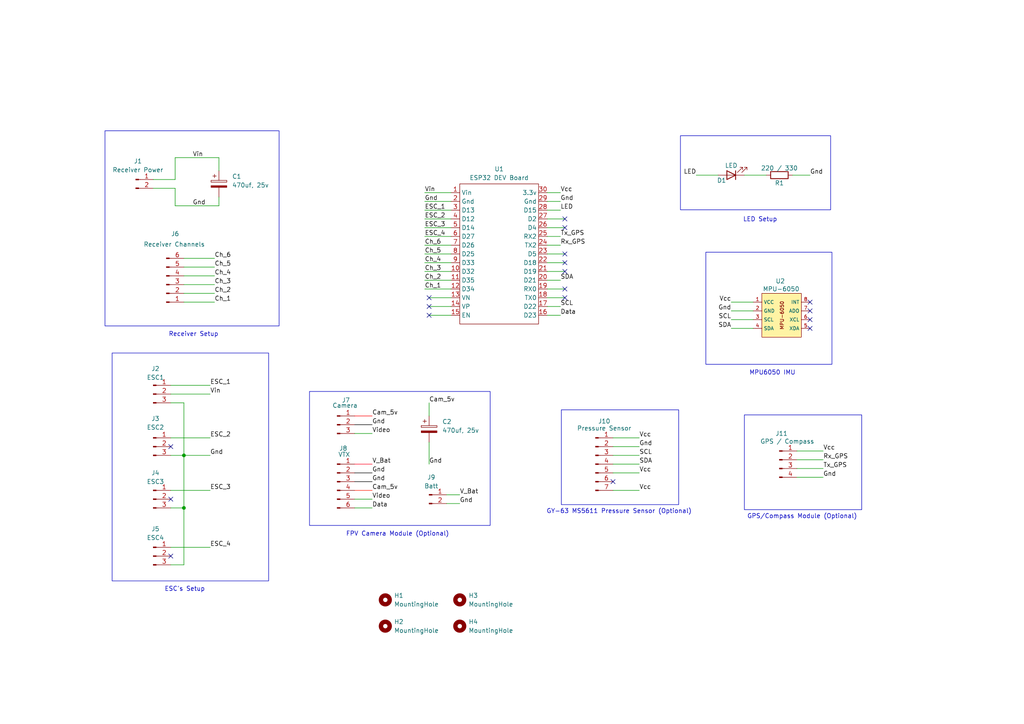
<source format=kicad_sch>
(kicad_sch
	(version 20250114)
	(generator "eeschema")
	(generator_version "9.0")
	(uuid "548a90f2-2b89-408a-ab6f-11858c80c9c8")
	(paper "A4")
	(title_block
		(title "Drone Flight Controller")
		(date "2025-11-22")
		(rev "2")
		(company "Brij Modi")
	)
	(lib_symbols
		(symbol "Connector:Conn_01x02_Pin"
			(pin_names
				(offset 1.016)
				(hide yes)
			)
			(exclude_from_sim no)
			(in_bom yes)
			(on_board yes)
			(property "Reference" "J"
				(at 0 2.54 0)
				(effects
					(font
						(size 1.27 1.27)
					)
				)
			)
			(property "Value" "Conn_01x02_Pin"
				(at 0 -5.08 0)
				(effects
					(font
						(size 1.27 1.27)
					)
				)
			)
			(property "Footprint" ""
				(at 0 0 0)
				(effects
					(font
						(size 1.27 1.27)
					)
					(hide yes)
				)
			)
			(property "Datasheet" "~"
				(at 0 0 0)
				(effects
					(font
						(size 1.27 1.27)
					)
					(hide yes)
				)
			)
			(property "Description" "Generic connector, single row, 01x02, script generated"
				(at 0 0 0)
				(effects
					(font
						(size 1.27 1.27)
					)
					(hide yes)
				)
			)
			(property "ki_locked" ""
				(at 0 0 0)
				(effects
					(font
						(size 1.27 1.27)
					)
				)
			)
			(property "ki_keywords" "connector"
				(at 0 0 0)
				(effects
					(font
						(size 1.27 1.27)
					)
					(hide yes)
				)
			)
			(property "ki_fp_filters" "Connector*:*_1x??_*"
				(at 0 0 0)
				(effects
					(font
						(size 1.27 1.27)
					)
					(hide yes)
				)
			)
			(symbol "Conn_01x02_Pin_1_1"
				(rectangle
					(start 0.8636 0.127)
					(end 0 -0.127)
					(stroke
						(width 0.1524)
						(type default)
					)
					(fill
						(type outline)
					)
				)
				(rectangle
					(start 0.8636 -2.413)
					(end 0 -2.667)
					(stroke
						(width 0.1524)
						(type default)
					)
					(fill
						(type outline)
					)
				)
				(polyline
					(pts
						(xy 1.27 0) (xy 0.8636 0)
					)
					(stroke
						(width 0.1524)
						(type default)
					)
					(fill
						(type none)
					)
				)
				(polyline
					(pts
						(xy 1.27 -2.54) (xy 0.8636 -2.54)
					)
					(stroke
						(width 0.1524)
						(type default)
					)
					(fill
						(type none)
					)
				)
				(pin passive line
					(at 5.08 0 180)
					(length 3.81)
					(name "Pin_1"
						(effects
							(font
								(size 1.27 1.27)
							)
						)
					)
					(number "1"
						(effects
							(font
								(size 1.27 1.27)
							)
						)
					)
				)
				(pin passive line
					(at 5.08 -2.54 180)
					(length 3.81)
					(name "Pin_2"
						(effects
							(font
								(size 1.27 1.27)
							)
						)
					)
					(number "2"
						(effects
							(font
								(size 1.27 1.27)
							)
						)
					)
				)
			)
			(embedded_fonts no)
		)
		(symbol "Connector:Conn_01x03_Pin"
			(pin_names
				(offset 1.016)
				(hide yes)
			)
			(exclude_from_sim no)
			(in_bom yes)
			(on_board yes)
			(property "Reference" "J"
				(at 0 5.08 0)
				(effects
					(font
						(size 1.27 1.27)
					)
				)
			)
			(property "Value" "Conn_01x03_Pin"
				(at 0 -5.08 0)
				(effects
					(font
						(size 1.27 1.27)
					)
				)
			)
			(property "Footprint" ""
				(at 0 0 0)
				(effects
					(font
						(size 1.27 1.27)
					)
					(hide yes)
				)
			)
			(property "Datasheet" "~"
				(at 0 0 0)
				(effects
					(font
						(size 1.27 1.27)
					)
					(hide yes)
				)
			)
			(property "Description" "Generic connector, single row, 01x03, script generated"
				(at 0 0 0)
				(effects
					(font
						(size 1.27 1.27)
					)
					(hide yes)
				)
			)
			(property "ki_locked" ""
				(at 0 0 0)
				(effects
					(font
						(size 1.27 1.27)
					)
				)
			)
			(property "ki_keywords" "connector"
				(at 0 0 0)
				(effects
					(font
						(size 1.27 1.27)
					)
					(hide yes)
				)
			)
			(property "ki_fp_filters" "Connector*:*_1x??_*"
				(at 0 0 0)
				(effects
					(font
						(size 1.27 1.27)
					)
					(hide yes)
				)
			)
			(symbol "Conn_01x03_Pin_1_1"
				(rectangle
					(start 0.8636 2.667)
					(end 0 2.413)
					(stroke
						(width 0.1524)
						(type default)
					)
					(fill
						(type outline)
					)
				)
				(rectangle
					(start 0.8636 0.127)
					(end 0 -0.127)
					(stroke
						(width 0.1524)
						(type default)
					)
					(fill
						(type outline)
					)
				)
				(rectangle
					(start 0.8636 -2.413)
					(end 0 -2.667)
					(stroke
						(width 0.1524)
						(type default)
					)
					(fill
						(type outline)
					)
				)
				(polyline
					(pts
						(xy 1.27 2.54) (xy 0.8636 2.54)
					)
					(stroke
						(width 0.1524)
						(type default)
					)
					(fill
						(type none)
					)
				)
				(polyline
					(pts
						(xy 1.27 0) (xy 0.8636 0)
					)
					(stroke
						(width 0.1524)
						(type default)
					)
					(fill
						(type none)
					)
				)
				(polyline
					(pts
						(xy 1.27 -2.54) (xy 0.8636 -2.54)
					)
					(stroke
						(width 0.1524)
						(type default)
					)
					(fill
						(type none)
					)
				)
				(pin passive line
					(at 5.08 2.54 180)
					(length 3.81)
					(name "Pin_1"
						(effects
							(font
								(size 1.27 1.27)
							)
						)
					)
					(number "1"
						(effects
							(font
								(size 1.27 1.27)
							)
						)
					)
				)
				(pin passive line
					(at 5.08 0 180)
					(length 3.81)
					(name "Pin_2"
						(effects
							(font
								(size 1.27 1.27)
							)
						)
					)
					(number "2"
						(effects
							(font
								(size 1.27 1.27)
							)
						)
					)
				)
				(pin passive line
					(at 5.08 -2.54 180)
					(length 3.81)
					(name "Pin_3"
						(effects
							(font
								(size 1.27 1.27)
							)
						)
					)
					(number "3"
						(effects
							(font
								(size 1.27 1.27)
							)
						)
					)
				)
			)
			(embedded_fonts no)
		)
		(symbol "Connector:Conn_01x04_Pin"
			(pin_names
				(offset 1.016)
				(hide yes)
			)
			(exclude_from_sim no)
			(in_bom yes)
			(on_board yes)
			(property "Reference" "J"
				(at 0 5.08 0)
				(effects
					(font
						(size 1.27 1.27)
					)
				)
			)
			(property "Value" "Conn_01x04_Pin"
				(at 0 -7.62 0)
				(effects
					(font
						(size 1.27 1.27)
					)
				)
			)
			(property "Footprint" ""
				(at 0 0 0)
				(effects
					(font
						(size 1.27 1.27)
					)
					(hide yes)
				)
			)
			(property "Datasheet" "~"
				(at 0 0 0)
				(effects
					(font
						(size 1.27 1.27)
					)
					(hide yes)
				)
			)
			(property "Description" "Generic connector, single row, 01x04, script generated"
				(at 0 0 0)
				(effects
					(font
						(size 1.27 1.27)
					)
					(hide yes)
				)
			)
			(property "ki_locked" ""
				(at 0 0 0)
				(effects
					(font
						(size 1.27 1.27)
					)
				)
			)
			(property "ki_keywords" "connector"
				(at 0 0 0)
				(effects
					(font
						(size 1.27 1.27)
					)
					(hide yes)
				)
			)
			(property "ki_fp_filters" "Connector*:*_1x??_*"
				(at 0 0 0)
				(effects
					(font
						(size 1.27 1.27)
					)
					(hide yes)
				)
			)
			(symbol "Conn_01x04_Pin_1_1"
				(rectangle
					(start 0.8636 2.667)
					(end 0 2.413)
					(stroke
						(width 0.1524)
						(type default)
					)
					(fill
						(type outline)
					)
				)
				(rectangle
					(start 0.8636 0.127)
					(end 0 -0.127)
					(stroke
						(width 0.1524)
						(type default)
					)
					(fill
						(type outline)
					)
				)
				(rectangle
					(start 0.8636 -2.413)
					(end 0 -2.667)
					(stroke
						(width 0.1524)
						(type default)
					)
					(fill
						(type outline)
					)
				)
				(rectangle
					(start 0.8636 -4.953)
					(end 0 -5.207)
					(stroke
						(width 0.1524)
						(type default)
					)
					(fill
						(type outline)
					)
				)
				(polyline
					(pts
						(xy 1.27 2.54) (xy 0.8636 2.54)
					)
					(stroke
						(width 0.1524)
						(type default)
					)
					(fill
						(type none)
					)
				)
				(polyline
					(pts
						(xy 1.27 0) (xy 0.8636 0)
					)
					(stroke
						(width 0.1524)
						(type default)
					)
					(fill
						(type none)
					)
				)
				(polyline
					(pts
						(xy 1.27 -2.54) (xy 0.8636 -2.54)
					)
					(stroke
						(width 0.1524)
						(type default)
					)
					(fill
						(type none)
					)
				)
				(polyline
					(pts
						(xy 1.27 -5.08) (xy 0.8636 -5.08)
					)
					(stroke
						(width 0.1524)
						(type default)
					)
					(fill
						(type none)
					)
				)
				(pin passive line
					(at 5.08 2.54 180)
					(length 3.81)
					(name "Pin_1"
						(effects
							(font
								(size 1.27 1.27)
							)
						)
					)
					(number "1"
						(effects
							(font
								(size 1.27 1.27)
							)
						)
					)
				)
				(pin passive line
					(at 5.08 0 180)
					(length 3.81)
					(name "Pin_2"
						(effects
							(font
								(size 1.27 1.27)
							)
						)
					)
					(number "2"
						(effects
							(font
								(size 1.27 1.27)
							)
						)
					)
				)
				(pin passive line
					(at 5.08 -2.54 180)
					(length 3.81)
					(name "Pin_3"
						(effects
							(font
								(size 1.27 1.27)
							)
						)
					)
					(number "3"
						(effects
							(font
								(size 1.27 1.27)
							)
						)
					)
				)
				(pin passive line
					(at 5.08 -5.08 180)
					(length 3.81)
					(name "Pin_4"
						(effects
							(font
								(size 1.27 1.27)
							)
						)
					)
					(number "4"
						(effects
							(font
								(size 1.27 1.27)
							)
						)
					)
				)
			)
			(embedded_fonts no)
		)
		(symbol "Connector:Conn_01x06_Pin"
			(pin_names
				(offset 1.016)
				(hide yes)
			)
			(exclude_from_sim no)
			(in_bom yes)
			(on_board yes)
			(property "Reference" "J"
				(at 0 7.62 0)
				(effects
					(font
						(size 1.27 1.27)
					)
				)
			)
			(property "Value" "Conn_01x06_Pin"
				(at 0 -10.16 0)
				(effects
					(font
						(size 1.27 1.27)
					)
				)
			)
			(property "Footprint" ""
				(at 0 0 0)
				(effects
					(font
						(size 1.27 1.27)
					)
					(hide yes)
				)
			)
			(property "Datasheet" "~"
				(at 0 0 0)
				(effects
					(font
						(size 1.27 1.27)
					)
					(hide yes)
				)
			)
			(property "Description" "Generic connector, single row, 01x06, script generated"
				(at 0 0 0)
				(effects
					(font
						(size 1.27 1.27)
					)
					(hide yes)
				)
			)
			(property "ki_locked" ""
				(at 0 0 0)
				(effects
					(font
						(size 1.27 1.27)
					)
				)
			)
			(property "ki_keywords" "connector"
				(at 0 0 0)
				(effects
					(font
						(size 1.27 1.27)
					)
					(hide yes)
				)
			)
			(property "ki_fp_filters" "Connector*:*_1x??_*"
				(at 0 0 0)
				(effects
					(font
						(size 1.27 1.27)
					)
					(hide yes)
				)
			)
			(symbol "Conn_01x06_Pin_1_1"
				(rectangle
					(start 0.8636 5.207)
					(end 0 4.953)
					(stroke
						(width 0.1524)
						(type default)
					)
					(fill
						(type outline)
					)
				)
				(rectangle
					(start 0.8636 2.667)
					(end 0 2.413)
					(stroke
						(width 0.1524)
						(type default)
					)
					(fill
						(type outline)
					)
				)
				(rectangle
					(start 0.8636 0.127)
					(end 0 -0.127)
					(stroke
						(width 0.1524)
						(type default)
					)
					(fill
						(type outline)
					)
				)
				(rectangle
					(start 0.8636 -2.413)
					(end 0 -2.667)
					(stroke
						(width 0.1524)
						(type default)
					)
					(fill
						(type outline)
					)
				)
				(rectangle
					(start 0.8636 -4.953)
					(end 0 -5.207)
					(stroke
						(width 0.1524)
						(type default)
					)
					(fill
						(type outline)
					)
				)
				(rectangle
					(start 0.8636 -7.493)
					(end 0 -7.747)
					(stroke
						(width 0.1524)
						(type default)
					)
					(fill
						(type outline)
					)
				)
				(polyline
					(pts
						(xy 1.27 5.08) (xy 0.8636 5.08)
					)
					(stroke
						(width 0.1524)
						(type default)
					)
					(fill
						(type none)
					)
				)
				(polyline
					(pts
						(xy 1.27 2.54) (xy 0.8636 2.54)
					)
					(stroke
						(width 0.1524)
						(type default)
					)
					(fill
						(type none)
					)
				)
				(polyline
					(pts
						(xy 1.27 0) (xy 0.8636 0)
					)
					(stroke
						(width 0.1524)
						(type default)
					)
					(fill
						(type none)
					)
				)
				(polyline
					(pts
						(xy 1.27 -2.54) (xy 0.8636 -2.54)
					)
					(stroke
						(width 0.1524)
						(type default)
					)
					(fill
						(type none)
					)
				)
				(polyline
					(pts
						(xy 1.27 -5.08) (xy 0.8636 -5.08)
					)
					(stroke
						(width 0.1524)
						(type default)
					)
					(fill
						(type none)
					)
				)
				(polyline
					(pts
						(xy 1.27 -7.62) (xy 0.8636 -7.62)
					)
					(stroke
						(width 0.1524)
						(type default)
					)
					(fill
						(type none)
					)
				)
				(pin passive line
					(at 5.08 5.08 180)
					(length 3.81)
					(name "Pin_1"
						(effects
							(font
								(size 1.27 1.27)
							)
						)
					)
					(number "1"
						(effects
							(font
								(size 1.27 1.27)
							)
						)
					)
				)
				(pin passive line
					(at 5.08 2.54 180)
					(length 3.81)
					(name "Pin_2"
						(effects
							(font
								(size 1.27 1.27)
							)
						)
					)
					(number "2"
						(effects
							(font
								(size 1.27 1.27)
							)
						)
					)
				)
				(pin passive line
					(at 5.08 0 180)
					(length 3.81)
					(name "Pin_3"
						(effects
							(font
								(size 1.27 1.27)
							)
						)
					)
					(number "3"
						(effects
							(font
								(size 1.27 1.27)
							)
						)
					)
				)
				(pin passive line
					(at 5.08 -2.54 180)
					(length 3.81)
					(name "Pin_4"
						(effects
							(font
								(size 1.27 1.27)
							)
						)
					)
					(number "4"
						(effects
							(font
								(size 1.27 1.27)
							)
						)
					)
				)
				(pin passive line
					(at 5.08 -5.08 180)
					(length 3.81)
					(name "Pin_5"
						(effects
							(font
								(size 1.27 1.27)
							)
						)
					)
					(number "5"
						(effects
							(font
								(size 1.27 1.27)
							)
						)
					)
				)
				(pin passive line
					(at 5.08 -7.62 180)
					(length 3.81)
					(name "Pin_6"
						(effects
							(font
								(size 1.27 1.27)
							)
						)
					)
					(number "6"
						(effects
							(font
								(size 1.27 1.27)
							)
						)
					)
				)
			)
			(embedded_fonts no)
		)
		(symbol "Connector:Conn_01x07_Pin"
			(pin_names
				(offset 1.016)
				(hide yes)
			)
			(exclude_from_sim no)
			(in_bom yes)
			(on_board yes)
			(property "Reference" "J"
				(at 0 10.16 0)
				(effects
					(font
						(size 1.27 1.27)
					)
				)
			)
			(property "Value" "Conn_01x07_Pin"
				(at 0 -10.16 0)
				(effects
					(font
						(size 1.27 1.27)
					)
				)
			)
			(property "Footprint" ""
				(at 0 0 0)
				(effects
					(font
						(size 1.27 1.27)
					)
					(hide yes)
				)
			)
			(property "Datasheet" "~"
				(at 0 0 0)
				(effects
					(font
						(size 1.27 1.27)
					)
					(hide yes)
				)
			)
			(property "Description" "Generic connector, single row, 01x07, script generated"
				(at 0 0 0)
				(effects
					(font
						(size 1.27 1.27)
					)
					(hide yes)
				)
			)
			(property "ki_locked" ""
				(at 0 0 0)
				(effects
					(font
						(size 1.27 1.27)
					)
				)
			)
			(property "ki_keywords" "connector"
				(at 0 0 0)
				(effects
					(font
						(size 1.27 1.27)
					)
					(hide yes)
				)
			)
			(property "ki_fp_filters" "Connector*:*_1x??_*"
				(at 0 0 0)
				(effects
					(font
						(size 1.27 1.27)
					)
					(hide yes)
				)
			)
			(symbol "Conn_01x07_Pin_1_1"
				(rectangle
					(start 0.8636 7.747)
					(end 0 7.493)
					(stroke
						(width 0.1524)
						(type default)
					)
					(fill
						(type outline)
					)
				)
				(rectangle
					(start 0.8636 5.207)
					(end 0 4.953)
					(stroke
						(width 0.1524)
						(type default)
					)
					(fill
						(type outline)
					)
				)
				(rectangle
					(start 0.8636 2.667)
					(end 0 2.413)
					(stroke
						(width 0.1524)
						(type default)
					)
					(fill
						(type outline)
					)
				)
				(rectangle
					(start 0.8636 0.127)
					(end 0 -0.127)
					(stroke
						(width 0.1524)
						(type default)
					)
					(fill
						(type outline)
					)
				)
				(rectangle
					(start 0.8636 -2.413)
					(end 0 -2.667)
					(stroke
						(width 0.1524)
						(type default)
					)
					(fill
						(type outline)
					)
				)
				(rectangle
					(start 0.8636 -4.953)
					(end 0 -5.207)
					(stroke
						(width 0.1524)
						(type default)
					)
					(fill
						(type outline)
					)
				)
				(rectangle
					(start 0.8636 -7.493)
					(end 0 -7.747)
					(stroke
						(width 0.1524)
						(type default)
					)
					(fill
						(type outline)
					)
				)
				(polyline
					(pts
						(xy 1.27 7.62) (xy 0.8636 7.62)
					)
					(stroke
						(width 0.1524)
						(type default)
					)
					(fill
						(type none)
					)
				)
				(polyline
					(pts
						(xy 1.27 5.08) (xy 0.8636 5.08)
					)
					(stroke
						(width 0.1524)
						(type default)
					)
					(fill
						(type none)
					)
				)
				(polyline
					(pts
						(xy 1.27 2.54) (xy 0.8636 2.54)
					)
					(stroke
						(width 0.1524)
						(type default)
					)
					(fill
						(type none)
					)
				)
				(polyline
					(pts
						(xy 1.27 0) (xy 0.8636 0)
					)
					(stroke
						(width 0.1524)
						(type default)
					)
					(fill
						(type none)
					)
				)
				(polyline
					(pts
						(xy 1.27 -2.54) (xy 0.8636 -2.54)
					)
					(stroke
						(width 0.1524)
						(type default)
					)
					(fill
						(type none)
					)
				)
				(polyline
					(pts
						(xy 1.27 -5.08) (xy 0.8636 -5.08)
					)
					(stroke
						(width 0.1524)
						(type default)
					)
					(fill
						(type none)
					)
				)
				(polyline
					(pts
						(xy 1.27 -7.62) (xy 0.8636 -7.62)
					)
					(stroke
						(width 0.1524)
						(type default)
					)
					(fill
						(type none)
					)
				)
				(pin passive line
					(at 5.08 7.62 180)
					(length 3.81)
					(name "Pin_1"
						(effects
							(font
								(size 1.27 1.27)
							)
						)
					)
					(number "1"
						(effects
							(font
								(size 1.27 1.27)
							)
						)
					)
				)
				(pin passive line
					(at 5.08 5.08 180)
					(length 3.81)
					(name "Pin_2"
						(effects
							(font
								(size 1.27 1.27)
							)
						)
					)
					(number "2"
						(effects
							(font
								(size 1.27 1.27)
							)
						)
					)
				)
				(pin passive line
					(at 5.08 2.54 180)
					(length 3.81)
					(name "Pin_3"
						(effects
							(font
								(size 1.27 1.27)
							)
						)
					)
					(number "3"
						(effects
							(font
								(size 1.27 1.27)
							)
						)
					)
				)
				(pin passive line
					(at 5.08 0 180)
					(length 3.81)
					(name "Pin_4"
						(effects
							(font
								(size 1.27 1.27)
							)
						)
					)
					(number "4"
						(effects
							(font
								(size 1.27 1.27)
							)
						)
					)
				)
				(pin passive line
					(at 5.08 -2.54 180)
					(length 3.81)
					(name "Pin_5"
						(effects
							(font
								(size 1.27 1.27)
							)
						)
					)
					(number "5"
						(effects
							(font
								(size 1.27 1.27)
							)
						)
					)
				)
				(pin passive line
					(at 5.08 -5.08 180)
					(length 3.81)
					(name "Pin_6"
						(effects
							(font
								(size 1.27 1.27)
							)
						)
					)
					(number "6"
						(effects
							(font
								(size 1.27 1.27)
							)
						)
					)
				)
				(pin passive line
					(at 5.08 -7.62 180)
					(length 3.81)
					(name "Pin_7"
						(effects
							(font
								(size 1.27 1.27)
							)
						)
					)
					(number "7"
						(effects
							(font
								(size 1.27 1.27)
							)
						)
					)
				)
			)
			(embedded_fonts no)
		)
		(symbol "Device:C_Polarized"
			(pin_numbers
				(hide yes)
			)
			(pin_names
				(offset 0.254)
			)
			(exclude_from_sim no)
			(in_bom yes)
			(on_board yes)
			(property "Reference" "C"
				(at 0.635 2.54 0)
				(effects
					(font
						(size 1.27 1.27)
					)
					(justify left)
				)
			)
			(property "Value" "C_Polarized"
				(at 0.635 -2.54 0)
				(effects
					(font
						(size 1.27 1.27)
					)
					(justify left)
				)
			)
			(property "Footprint" ""
				(at 0.9652 -3.81 0)
				(effects
					(font
						(size 1.27 1.27)
					)
					(hide yes)
				)
			)
			(property "Datasheet" "~"
				(at 0 0 0)
				(effects
					(font
						(size 1.27 1.27)
					)
					(hide yes)
				)
			)
			(property "Description" "Polarized capacitor"
				(at 0 0 0)
				(effects
					(font
						(size 1.27 1.27)
					)
					(hide yes)
				)
			)
			(property "ki_keywords" "cap capacitor"
				(at 0 0 0)
				(effects
					(font
						(size 1.27 1.27)
					)
					(hide yes)
				)
			)
			(property "ki_fp_filters" "CP_*"
				(at 0 0 0)
				(effects
					(font
						(size 1.27 1.27)
					)
					(hide yes)
				)
			)
			(symbol "C_Polarized_0_1"
				(rectangle
					(start -2.286 0.508)
					(end 2.286 1.016)
					(stroke
						(width 0)
						(type default)
					)
					(fill
						(type none)
					)
				)
				(polyline
					(pts
						(xy -1.778 2.286) (xy -0.762 2.286)
					)
					(stroke
						(width 0)
						(type default)
					)
					(fill
						(type none)
					)
				)
				(polyline
					(pts
						(xy -1.27 2.794) (xy -1.27 1.778)
					)
					(stroke
						(width 0)
						(type default)
					)
					(fill
						(type none)
					)
				)
				(rectangle
					(start 2.286 -0.508)
					(end -2.286 -1.016)
					(stroke
						(width 0)
						(type default)
					)
					(fill
						(type outline)
					)
				)
			)
			(symbol "C_Polarized_1_1"
				(pin passive line
					(at 0 3.81 270)
					(length 2.794)
					(name "~"
						(effects
							(font
								(size 1.27 1.27)
							)
						)
					)
					(number "1"
						(effects
							(font
								(size 1.27 1.27)
							)
						)
					)
				)
				(pin passive line
					(at 0 -3.81 90)
					(length 2.794)
					(name "~"
						(effects
							(font
								(size 1.27 1.27)
							)
						)
					)
					(number "2"
						(effects
							(font
								(size 1.27 1.27)
							)
						)
					)
				)
			)
			(embedded_fonts no)
		)
		(symbol "Device:LED"
			(pin_numbers
				(hide yes)
			)
			(pin_names
				(offset 1.016)
				(hide yes)
			)
			(exclude_from_sim no)
			(in_bom yes)
			(on_board yes)
			(property "Reference" "D"
				(at 0 2.54 0)
				(effects
					(font
						(size 1.27 1.27)
					)
				)
			)
			(property "Value" "LED"
				(at 0 -2.54 0)
				(effects
					(font
						(size 1.27 1.27)
					)
				)
			)
			(property "Footprint" ""
				(at 0 0 0)
				(effects
					(font
						(size 1.27 1.27)
					)
					(hide yes)
				)
			)
			(property "Datasheet" "~"
				(at 0 0 0)
				(effects
					(font
						(size 1.27 1.27)
					)
					(hide yes)
				)
			)
			(property "Description" "Light emitting diode"
				(at 0 0 0)
				(effects
					(font
						(size 1.27 1.27)
					)
					(hide yes)
				)
			)
			(property "Sim.Pins" "1=K 2=A"
				(at 0 0 0)
				(effects
					(font
						(size 1.27 1.27)
					)
					(hide yes)
				)
			)
			(property "ki_keywords" "LED diode"
				(at 0 0 0)
				(effects
					(font
						(size 1.27 1.27)
					)
					(hide yes)
				)
			)
			(property "ki_fp_filters" "LED* LED_SMD:* LED_THT:*"
				(at 0 0 0)
				(effects
					(font
						(size 1.27 1.27)
					)
					(hide yes)
				)
			)
			(symbol "LED_0_1"
				(polyline
					(pts
						(xy -3.048 -0.762) (xy -4.572 -2.286) (xy -3.81 -2.286) (xy -4.572 -2.286) (xy -4.572 -1.524)
					)
					(stroke
						(width 0)
						(type default)
					)
					(fill
						(type none)
					)
				)
				(polyline
					(pts
						(xy -1.778 -0.762) (xy -3.302 -2.286) (xy -2.54 -2.286) (xy -3.302 -2.286) (xy -3.302 -1.524)
					)
					(stroke
						(width 0)
						(type default)
					)
					(fill
						(type none)
					)
				)
				(polyline
					(pts
						(xy -1.27 0) (xy 1.27 0)
					)
					(stroke
						(width 0)
						(type default)
					)
					(fill
						(type none)
					)
				)
				(polyline
					(pts
						(xy -1.27 -1.27) (xy -1.27 1.27)
					)
					(stroke
						(width 0.254)
						(type default)
					)
					(fill
						(type none)
					)
				)
				(polyline
					(pts
						(xy 1.27 -1.27) (xy 1.27 1.27) (xy -1.27 0) (xy 1.27 -1.27)
					)
					(stroke
						(width 0.254)
						(type default)
					)
					(fill
						(type none)
					)
				)
			)
			(symbol "LED_1_1"
				(pin passive line
					(at -3.81 0 0)
					(length 2.54)
					(name "K"
						(effects
							(font
								(size 1.27 1.27)
							)
						)
					)
					(number "1"
						(effects
							(font
								(size 1.27 1.27)
							)
						)
					)
				)
				(pin passive line
					(at 3.81 0 180)
					(length 2.54)
					(name "A"
						(effects
							(font
								(size 1.27 1.27)
							)
						)
					)
					(number "2"
						(effects
							(font
								(size 1.27 1.27)
							)
						)
					)
				)
			)
			(embedded_fonts no)
		)
		(symbol "Device:R"
			(pin_numbers
				(hide yes)
			)
			(pin_names
				(offset 0)
			)
			(exclude_from_sim no)
			(in_bom yes)
			(on_board yes)
			(property "Reference" "R"
				(at 2.032 0 90)
				(effects
					(font
						(size 1.27 1.27)
					)
				)
			)
			(property "Value" "R"
				(at 0 0 90)
				(effects
					(font
						(size 1.27 1.27)
					)
				)
			)
			(property "Footprint" ""
				(at -1.778 0 90)
				(effects
					(font
						(size 1.27 1.27)
					)
					(hide yes)
				)
			)
			(property "Datasheet" "~"
				(at 0 0 0)
				(effects
					(font
						(size 1.27 1.27)
					)
					(hide yes)
				)
			)
			(property "Description" "Resistor"
				(at 0 0 0)
				(effects
					(font
						(size 1.27 1.27)
					)
					(hide yes)
				)
			)
			(property "ki_keywords" "R res resistor"
				(at 0 0 0)
				(effects
					(font
						(size 1.27 1.27)
					)
					(hide yes)
				)
			)
			(property "ki_fp_filters" "R_*"
				(at 0 0 0)
				(effects
					(font
						(size 1.27 1.27)
					)
					(hide yes)
				)
			)
			(symbol "R_0_1"
				(rectangle
					(start -1.016 -2.54)
					(end 1.016 2.54)
					(stroke
						(width 0.254)
						(type default)
					)
					(fill
						(type none)
					)
				)
			)
			(symbol "R_1_1"
				(pin passive line
					(at 0 3.81 270)
					(length 1.27)
					(name "~"
						(effects
							(font
								(size 1.27 1.27)
							)
						)
					)
					(number "1"
						(effects
							(font
								(size 1.27 1.27)
							)
						)
					)
				)
				(pin passive line
					(at 0 -3.81 90)
					(length 1.27)
					(name "~"
						(effects
							(font
								(size 1.27 1.27)
							)
						)
					)
					(number "2"
						(effects
							(font
								(size 1.27 1.27)
							)
						)
					)
				)
			)
			(embedded_fonts no)
		)
		(symbol "ESP32:ESP32"
			(exclude_from_sim no)
			(in_bom yes)
			(on_board yes)
			(property "Reference" "U?"
				(at -10.414 22.86 0)
				(effects
					(font
						(size 1.27 1.27)
					)
				)
			)
			(property "Value" "ESP32 DEV Board"
				(at 3.048 22.86 0)
				(effects
					(font
						(size 1.27 1.27)
					)
				)
			)
			(property "Footprint" "RF_Module:ESP32-C3-DevKitM-1"
				(at 1.524 -25.146 0)
				(effects
					(font
						(size 1.27 1.27)
					)
					(hide yes)
				)
			)
			(property "Datasheet" ""
				(at 0 0 0)
				(effects
					(font
						(size 1.27 1.27)
					)
					(hide yes)
				)
			)
			(property "Description" "By - Brij Modi"
				(at 0 0 0)
				(effects
					(font
						(size 1.27 1.27)
					)
					(hide yes)
				)
			)
			(property "ki_keywords" "ESP32 Dev Kit V1 - 30 pin"
				(at 0 0 0)
				(effects
					(font
						(size 1.27 1.27)
					)
					(hide yes)
				)
			)
			(symbol "ESP32_0_1"
				(rectangle
					(start -11.43 20.32)
					(end 11.43 -20.32)
					(stroke
						(width 0)
						(type default)
					)
					(fill
						(type none)
					)
				)
			)
			(symbol "ESP32_1_1"
				(pin power_in line
					(at -13.97 17.78 0)
					(length 2.54)
					(name "Vin"
						(effects
							(font
								(size 1.27 1.27)
							)
						)
					)
					(number "1"
						(effects
							(font
								(size 1.27 1.27)
							)
						)
					)
				)
				(pin power_in line
					(at -13.97 15.24 0)
					(length 2.54)
					(name "Gnd"
						(effects
							(font
								(size 1.27 1.27)
							)
						)
					)
					(number "2"
						(effects
							(font
								(size 1.27 1.27)
							)
						)
					)
				)
				(pin input line
					(at -13.97 12.7 0)
					(length 2.54)
					(name "D13"
						(effects
							(font
								(size 1.27 1.27)
							)
						)
					)
					(number "3"
						(effects
							(font
								(size 1.27 1.27)
							)
						)
					)
				)
				(pin input line
					(at -13.97 10.16 0)
					(length 2.54)
					(name "D12"
						(effects
							(font
								(size 1.27 1.27)
							)
						)
					)
					(number "4"
						(effects
							(font
								(size 1.27 1.27)
							)
						)
					)
				)
				(pin input line
					(at -13.97 7.62 0)
					(length 2.54)
					(name "D14"
						(effects
							(font
								(size 1.27 1.27)
							)
						)
					)
					(number "5"
						(effects
							(font
								(size 1.27 1.27)
							)
						)
					)
				)
				(pin bidirectional line
					(at -13.97 5.08 0)
					(length 2.54)
					(name "D27"
						(effects
							(font
								(size 1.27 1.27)
							)
						)
					)
					(number "6"
						(effects
							(font
								(size 1.27 1.27)
							)
						)
					)
				)
				(pin bidirectional line
					(at -13.97 2.54 0)
					(length 2.54)
					(name "D26"
						(effects
							(font
								(size 1.27 1.27)
							)
						)
					)
					(number "7"
						(effects
							(font
								(size 1.27 1.27)
							)
						)
					)
				)
				(pin bidirectional line
					(at -13.97 0 0)
					(length 2.54)
					(name "D25"
						(effects
							(font
								(size 1.27 1.27)
							)
						)
					)
					(number "8"
						(effects
							(font
								(size 1.27 1.27)
							)
						)
					)
				)
				(pin bidirectional line
					(at -13.97 -2.54 0)
					(length 2.54)
					(name "D33"
						(effects
							(font
								(size 1.27 1.27)
							)
						)
					)
					(number "9"
						(effects
							(font
								(size 1.27 1.27)
							)
						)
					)
				)
				(pin bidirectional line
					(at -13.97 -5.08 0)
					(length 2.54)
					(name "D32"
						(effects
							(font
								(size 1.27 1.27)
							)
						)
					)
					(number "10"
						(effects
							(font
								(size 1.27 1.27)
							)
						)
					)
				)
				(pin bidirectional line
					(at -13.97 -7.62 0)
					(length 2.54)
					(name "D35"
						(effects
							(font
								(size 1.27 1.27)
							)
						)
					)
					(number "11"
						(effects
							(font
								(size 1.27 1.27)
							)
						)
					)
				)
				(pin bidirectional line
					(at -13.97 -10.16 0)
					(length 2.54)
					(name "D34"
						(effects
							(font
								(size 1.27 1.27)
							)
						)
					)
					(number "12"
						(effects
							(font
								(size 1.27 1.27)
							)
						)
					)
				)
				(pin input line
					(at -13.97 -12.7 0)
					(length 2.54)
					(name "VN"
						(effects
							(font
								(size 1.27 1.27)
							)
						)
					)
					(number "13"
						(effects
							(font
								(size 1.27 1.27)
							)
						)
					)
				)
				(pin input line
					(at -13.97 -15.24 0)
					(length 2.54)
					(name "VP"
						(effects
							(font
								(size 1.27 1.27)
							)
						)
					)
					(number "14"
						(effects
							(font
								(size 1.27 1.27)
							)
						)
					)
				)
				(pin input line
					(at -13.97 -17.78 0)
					(length 2.54)
					(name "EN"
						(effects
							(font
								(size 1.27 1.27)
							)
						)
					)
					(number "15"
						(effects
							(font
								(size 1.27 1.27)
							)
						)
					)
				)
				(pin power_in line
					(at 13.97 17.78 180)
					(length 2.54)
					(name "3.3v"
						(effects
							(font
								(size 1.27 1.27)
							)
						)
					)
					(number "30"
						(effects
							(font
								(size 1.27 1.27)
							)
						)
					)
				)
				(pin power_in line
					(at 13.97 15.24 180)
					(length 2.54)
					(name "Gnd"
						(effects
							(font
								(size 1.27 1.27)
							)
						)
					)
					(number "29"
						(effects
							(font
								(size 1.27 1.27)
							)
						)
					)
				)
				(pin input line
					(at 13.97 12.7 180)
					(length 2.54)
					(name "D15"
						(effects
							(font
								(size 1.27 1.27)
							)
						)
					)
					(number "28"
						(effects
							(font
								(size 1.27 1.27)
							)
						)
					)
				)
				(pin input line
					(at 13.97 10.16 180)
					(length 2.54)
					(name "D2"
						(effects
							(font
								(size 1.27 1.27)
							)
						)
					)
					(number "27"
						(effects
							(font
								(size 1.27 1.27)
							)
						)
					)
				)
				(pin input line
					(at 13.97 7.62 180)
					(length 2.54)
					(name "D4"
						(effects
							(font
								(size 1.27 1.27)
							)
						)
					)
					(number "26"
						(effects
							(font
								(size 1.27 1.27)
							)
						)
					)
				)
				(pin input line
					(at 13.97 5.08 180)
					(length 2.54)
					(name "RX2"
						(effects
							(font
								(size 1.27 1.27)
							)
						)
					)
					(number "25"
						(effects
							(font
								(size 1.27 1.27)
							)
						)
					)
				)
				(pin input line
					(at 13.97 2.54 180)
					(length 2.54)
					(name "TX2"
						(effects
							(font
								(size 1.27 1.27)
							)
						)
					)
					(number "24"
						(effects
							(font
								(size 1.27 1.27)
							)
						)
					)
				)
				(pin input line
					(at 13.97 0 180)
					(length 2.54)
					(name "D5"
						(effects
							(font
								(size 1.27 1.27)
							)
						)
					)
					(number "23"
						(effects
							(font
								(size 1.27 1.27)
							)
						)
					)
				)
				(pin input line
					(at 13.97 -2.54 180)
					(length 2.54)
					(name "D18"
						(effects
							(font
								(size 1.27 1.27)
							)
						)
					)
					(number "22"
						(effects
							(font
								(size 1.27 1.27)
							)
						)
					)
				)
				(pin input line
					(at 13.97 -5.08 180)
					(length 2.54)
					(name "D19"
						(effects
							(font
								(size 1.27 1.27)
							)
						)
					)
					(number "21"
						(effects
							(font
								(size 1.27 1.27)
							)
						)
					)
				)
				(pin input line
					(at 13.97 -7.62 180)
					(length 2.54)
					(name "D21"
						(effects
							(font
								(size 1.27 1.27)
							)
						)
					)
					(number "20"
						(effects
							(font
								(size 1.27 1.27)
							)
						)
					)
				)
				(pin input line
					(at 13.97 -10.16 180)
					(length 2.54)
					(name "RX0"
						(effects
							(font
								(size 1.27 1.27)
							)
						)
					)
					(number "19"
						(effects
							(font
								(size 1.27 1.27)
							)
						)
					)
				)
				(pin input line
					(at 13.97 -12.7 180)
					(length 2.54)
					(name "TX0"
						(effects
							(font
								(size 1.27 1.27)
							)
						)
					)
					(number "18"
						(effects
							(font
								(size 1.27 1.27)
							)
						)
					)
				)
				(pin input line
					(at 13.97 -15.24 180)
					(length 2.54)
					(name "D22"
						(effects
							(font
								(size 1.27 1.27)
							)
						)
					)
					(number "17"
						(effects
							(font
								(size 1.27 1.27)
							)
						)
					)
				)
				(pin bidirectional line
					(at 13.97 -17.78 180)
					(length 2.54)
					(name "D23"
						(effects
							(font
								(size 1.27 1.27)
							)
						)
					)
					(number "16"
						(effects
							(font
								(size 1.27 1.27)
							)
						)
					)
				)
			)
			(embedded_fonts no)
		)
		(symbol "Mechanical:MountingHole"
			(pin_names
				(offset 1.016)
			)
			(exclude_from_sim no)
			(in_bom no)
			(on_board yes)
			(property "Reference" "H"
				(at 0 5.08 0)
				(effects
					(font
						(size 1.27 1.27)
					)
				)
			)
			(property "Value" "MountingHole"
				(at 0 3.175 0)
				(effects
					(font
						(size 1.27 1.27)
					)
				)
			)
			(property "Footprint" ""
				(at 0 0 0)
				(effects
					(font
						(size 1.27 1.27)
					)
					(hide yes)
				)
			)
			(property "Datasheet" "~"
				(at 0 0 0)
				(effects
					(font
						(size 1.27 1.27)
					)
					(hide yes)
				)
			)
			(property "Description" "Mounting Hole without connection"
				(at 0 0 0)
				(effects
					(font
						(size 1.27 1.27)
					)
					(hide yes)
				)
			)
			(property "ki_keywords" "mounting hole"
				(at 0 0 0)
				(effects
					(font
						(size 1.27 1.27)
					)
					(hide yes)
				)
			)
			(property "ki_fp_filters" "MountingHole*"
				(at 0 0 0)
				(effects
					(font
						(size 1.27 1.27)
					)
					(hide yes)
				)
			)
			(symbol "MountingHole_0_1"
				(circle
					(center 0 0)
					(radius 1.27)
					(stroke
						(width 1.27)
						(type default)
					)
					(fill
						(type none)
					)
				)
			)
			(embedded_fonts no)
		)
		(symbol "Sensor:MPU-6050"
			(exclude_from_sim no)
			(in_bom yes)
			(on_board yes)
			(property "Reference" "U"
				(at -5.842 7.62 0)
				(effects
					(font
						(size 1.27 1.27)
					)
				)
			)
			(property "Value" ""
				(at 0 0 0)
				(effects
					(font
						(size 1.27 1.27)
					)
				)
			)
			(property "Footprint" "Connector_PinHeader_2.54mm:PinHeader_1x08_P2.54mm_Vertical"
				(at 0 0 0)
				(effects
					(font
						(size 1.27 1.27)
					)
					(hide yes)
				)
			)
			(property "Datasheet" ""
				(at 0 0 0)
				(effects
					(font
						(size 1.27 1.27)
					)
					(hide yes)
				)
			)
			(property "Description" "MPU-6050: 6-axis MEMS motion sensor with 3-axis gyroscope, 3-axis accelerometer"
				(at 0 0 0)
				(effects
					(font
						(size 1.27 1.27)
					)
					(hide yes)
				)
			)
			(symbol "MPU-6050_1_1"
				(rectangle
					(start -6.35 6.35)
					(end 5.08 -6.35)
					(stroke
						(width 0)
						(type solid)
					)
					(fill
						(type color)
						(color 255 243 164 1)
					)
				)
				(text "MPU-6050"
					(at -0.508 0 900)
					(effects
						(font
							(size 1 1)
						)
					)
				)
				(pin power_in line
					(at -8.89 3.81 0)
					(length 2.54)
					(name "VCC"
						(effects
							(font
								(size 1 1)
							)
						)
					)
					(number "1"
						(effects
							(font
								(size 1 1)
							)
						)
					)
				)
				(pin power_in line
					(at -8.89 1.27 0)
					(length 2.54)
					(name "GND"
						(effects
							(font
								(size 1 1)
							)
						)
					)
					(number "2"
						(effects
							(font
								(size 1 1)
							)
						)
					)
				)
				(pin bidirectional line
					(at -8.89 -1.27 0)
					(length 2.54)
					(name "SCL"
						(effects
							(font
								(size 1 1)
							)
						)
					)
					(number "3"
						(effects
							(font
								(size 1 1)
							)
						)
					)
				)
				(pin bidirectional line
					(at -8.89 -3.81 0)
					(length 2.54)
					(name "SDA"
						(effects
							(font
								(size 1 1)
							)
						)
					)
					(number "4"
						(effects
							(font
								(size 1 1)
							)
						)
					)
				)
				(pin input line
					(at 7.62 3.81 180)
					(length 2.54)
					(name "INT"
						(effects
							(font
								(size 1 1)
							)
						)
					)
					(number "8"
						(effects
							(font
								(size 1 1)
							)
						)
					)
				)
				(pin input line
					(at 7.62 1.27 180)
					(length 2.54)
					(name "ADO"
						(effects
							(font
								(size 1 1)
							)
						)
					)
					(number "7"
						(effects
							(font
								(size 1 1)
							)
						)
					)
				)
				(pin input line
					(at 7.62 -1.27 180)
					(length 2.54)
					(name "XCL"
						(effects
							(font
								(size 1 1)
							)
						)
					)
					(number "6"
						(effects
							(font
								(size 1 1)
							)
						)
					)
				)
				(pin input line
					(at 7.62 -3.81 180)
					(length 2.54)
					(name "XDA"
						(effects
							(font
								(size 1 1)
							)
						)
					)
					(number "5"
						(effects
							(font
								(size 1 1)
							)
						)
					)
				)
			)
			(embedded_fonts no)
		)
	)
	(rectangle
		(start 197.358 39.37)
		(end 240.92 60.85)
		(stroke
			(width 0)
			(type default)
		)
		(fill
			(type none)
		)
		(uuid 0a3951c9-97b2-4de0-ae27-dc591f7e0382)
	)
	(rectangle
		(start 204.724 73.152)
		(end 241.3 105.664)
		(stroke
			(width 0)
			(type default)
		)
		(fill
			(type none)
		)
		(uuid 22878a61-b3c9-43b3-bb37-0f3de37782e0)
	)
	(rectangle
		(start 215.9 120.34)
		(end 249.936 147.828)
		(stroke
			(width 0)
			(type default)
		)
		(fill
			(type none)
		)
		(uuid 2eb58412-b1c7-4c68-8706-f458ba7a13a4)
	)
	(rectangle
		(start 30.45 37.93)
		(end 80.95 94.53)
		(stroke
			(width 0)
			(type default)
		)
		(fill
			(type none)
		)
		(uuid 5b232c96-3dfc-46b9-9805-2421d785afe5)
	)
	(rectangle
		(start 162.814 118.872)
		(end 196.85 146.36)
		(stroke
			(width 0)
			(type default)
		)
		(fill
			(type none)
		)
		(uuid c8c399e3-b70e-476a-8a74-bbdefed2af34)
	)
	(rectangle
		(start 32.52 102.39)
		(end 77.92 168.49)
		(stroke
			(width 0)
			(type default)
		)
		(fill
			(type none)
		)
		(uuid e9db3882-b85e-430d-a4ac-d9468bbbab44)
	)
	(rectangle
		(start 89.77 113.538)
		(end 142.17 152.4)
		(stroke
			(width 0)
			(type default)
		)
		(fill
			(type none)
		)
		(uuid f2a5059e-8a7b-4ecc-b3fb-0d1373ae0d7c)
	)
	(text "MPU6050 IMU"
		(exclude_from_sim no)
		(at 224.028 108.204 0)
		(effects
			(font
				(size 1.27 1.27)
			)
		)
		(uuid "40afa9e1-0eae-4216-a659-5be6c6c24765")
	)
	(text "LED Setup\n"
		(exclude_from_sim no)
		(at 220.472 63.754 0)
		(effects
			(font
				(size 1.27 1.27)
			)
		)
		(uuid "42a18129-9192-40b2-b64a-044c9f774f91")
	)
	(text "FPV Camera Module (Optional)"
		(exclude_from_sim no)
		(at 115.316 154.94 0)
		(effects
			(font
				(size 1.27 1.27)
			)
		)
		(uuid "61853e9f-9749-4cdc-8747-9a4af3d7e828")
	)
	(text "Receiver Setup\n"
		(exclude_from_sim no)
		(at 56.134 97.028 0)
		(effects
			(font
				(size 1.27 1.27)
			)
		)
		(uuid "8e001f3c-4ab3-4090-a8bc-a513aac80e0b")
	)
	(text "GPS/Compass Module (Optional)"
		(exclude_from_sim no)
		(at 232.664 149.86 0)
		(effects
			(font
				(size 1.27 1.27)
			)
		)
		(uuid "b4a5a6ac-a0ba-4541-b09b-c4815b679f84")
	)
	(text "GY-63 MS5611 Pressure Sensor (Optional)\n"
		(exclude_from_sim no)
		(at 179.578 148.392 0)
		(effects
			(font
				(size 1.27 1.27)
			)
		)
		(uuid "c7e13812-4ea0-4aa5-a85e-bba8ec8b2bd7")
	)
	(text "ESC's Setup\n"
		(exclude_from_sim no)
		(at 53.594 170.942 0)
		(effects
			(font
				(size 1.27 1.27)
			)
		)
		(uuid "fb48ac0c-4e4e-4c43-b8c0-749a8e1eb2cf")
	)
	(junction
		(at 53.34 132.08)
		(diameter 0)
		(color 0 0 0 0)
		(uuid "43b28fd1-fa13-48e5-b81f-0cad70378859")
	)
	(junction
		(at 53.34 147.32)
		(diameter 0)
		(color 0 0 0 0)
		(uuid "7c02b4bd-bd00-4bc6-989d-d5a97a028d2b")
	)
	(no_connect
		(at 234.95 90.17)
		(uuid "02932643-8018-4a79-b019-096d05d1fe7a")
	)
	(no_connect
		(at 163.83 76.2)
		(uuid "03c44668-a78a-41d9-808a-a8c73a5fa9e0")
	)
	(no_connect
		(at 124.46 88.9)
		(uuid "0abcdd45-9ddd-45fa-902e-5351b0180b90")
	)
	(no_connect
		(at 163.83 78.74)
		(uuid "0f52f55d-4580-40ff-b03b-a14b13e3acf4")
	)
	(no_connect
		(at 124.46 86.36)
		(uuid "198e98cb-da51-495c-8ce5-f4e9b4916d2b")
	)
	(no_connect
		(at 177.8 139.7)
		(uuid "1d3feb2e-90c7-4642-a28c-d258b317aaef")
	)
	(no_connect
		(at 163.83 66.04)
		(uuid "2f416549-857e-4c37-8e95-8847f2f5d457")
	)
	(no_connect
		(at 163.83 73.66)
		(uuid "33c284b0-94cb-4193-9d46-6f585c7fb925")
	)
	(no_connect
		(at 234.95 92.71)
		(uuid "46c0ff82-93a2-4a78-ad96-71df0d7929e6")
	)
	(no_connect
		(at 49.53 144.78)
		(uuid "63e83b6c-e676-4ae8-8b78-d74743495153")
	)
	(no_connect
		(at 49.53 129.54)
		(uuid "69944892-d8e8-49f5-bc8d-27d6e21d655e")
	)
	(no_connect
		(at 163.83 86.36)
		(uuid "85ec88fd-06b5-4cf2-a6f4-bdc4bbab339d")
	)
	(no_connect
		(at 234.95 95.25)
		(uuid "922792b4-2f38-4c69-830c-b5a1d35eefaa")
	)
	(no_connect
		(at 49.53 161.29)
		(uuid "d9e04f70-dd60-4def-a827-441704ad06c1")
	)
	(no_connect
		(at 163.83 63.5)
		(uuid "dd28277f-d288-4722-91da-2a68169214c5")
	)
	(no_connect
		(at 124.46 91.44)
		(uuid "de7780a2-c605-4af2-8841-7f5d326b6e12")
	)
	(no_connect
		(at 234.95 87.63)
		(uuid "f46201f0-37be-4ffe-937c-c069605b1cdf")
	)
	(no_connect
		(at 163.83 83.82)
		(uuid "fe7608de-39d8-4bf4-8548-7f9eafcdfcc6")
	)
	(wire
		(pts
			(xy 124.46 88.9) (xy 130.81 88.9)
		)
		(stroke
			(width 0)
			(type default)
		)
		(uuid "00eff7cc-88e5-401d-bad3-1483b1d423e0")
	)
	(wire
		(pts
			(xy 62.23 85.09) (xy 53.34 85.09)
		)
		(stroke
			(width 0)
			(type default)
		)
		(uuid "10426b32-0b8f-4c18-a088-3b02c342adb6")
	)
	(wire
		(pts
			(xy 107.95 142.24) (xy 102.87 142.24)
		)
		(stroke
			(width 0)
			(type default)
			(color 255 32 9 1)
		)
		(uuid "105924f4-750c-47da-94c2-19a78c55d8e9")
	)
	(wire
		(pts
			(xy 107.95 134.62) (xy 102.87 134.62)
		)
		(stroke
			(width 0)
			(type default)
			(color 255 6 36 1)
		)
		(uuid "14869dd6-9133-4161-a6a5-74e0647625d0")
	)
	(wire
		(pts
			(xy 229.87 50.8) (xy 234.95 50.8)
		)
		(stroke
			(width 0)
			(type default)
		)
		(uuid "151e4c8c-9db0-47e5-9602-4cc8eead094b")
	)
	(wire
		(pts
			(xy 50.8 59.69) (xy 63.5 59.69)
		)
		(stroke
			(width 0)
			(type default)
		)
		(uuid "15a64ab5-4471-4df8-ab42-edcfb0cce331")
	)
	(wire
		(pts
			(xy 62.23 74.93) (xy 53.34 74.93)
		)
		(stroke
			(width 0)
			(type default)
		)
		(uuid "16b57c53-79a3-4424-b5b1-3b8fe0db49d2")
	)
	(wire
		(pts
			(xy 212.09 90.17) (xy 218.44 90.17)
		)
		(stroke
			(width 0)
			(type default)
		)
		(uuid "1855b924-e473-4529-be37-5b501dde0fc2")
	)
	(wire
		(pts
			(xy 158.75 60.96) (xy 162.56 60.96)
		)
		(stroke
			(width 0)
			(type default)
		)
		(uuid "1adc32dd-5820-4984-8801-a8b906dd6ae7")
	)
	(wire
		(pts
			(xy 212.09 87.63) (xy 218.44 87.63)
		)
		(stroke
			(width 0)
			(type default)
		)
		(uuid "24b6c118-5f90-42ab-affc-d933325d906a")
	)
	(wire
		(pts
			(xy 185.42 137.16) (xy 177.8 137.16)
		)
		(stroke
			(width 0)
			(type default)
		)
		(uuid "289b5f9c-1b29-4817-b2f0-c896058690b9")
	)
	(wire
		(pts
			(xy 158.75 71.12) (xy 162.56 71.12)
		)
		(stroke
			(width 0)
			(type default)
		)
		(uuid "2c8232b9-b83e-4d3d-b8b7-654138cdab47")
	)
	(wire
		(pts
			(xy 185.42 142.24) (xy 177.8 142.24)
		)
		(stroke
			(width 0)
			(type default)
		)
		(uuid "2dce13ce-ade3-4fbb-8218-05c8bfece533")
	)
	(wire
		(pts
			(xy 123.19 83.82) (xy 130.81 83.82)
		)
		(stroke
			(width 0)
			(type default)
		)
		(uuid "35384d24-3880-4390-99ee-b418f0ed6a53")
	)
	(wire
		(pts
			(xy 158.75 66.04) (xy 163.83 66.04)
		)
		(stroke
			(width 0)
			(type default)
		)
		(uuid "36b697f5-a130-48a3-90ee-4f8a0bdca38d")
	)
	(wire
		(pts
			(xy 49.53 111.76) (xy 60.96 111.76)
		)
		(stroke
			(width 0)
			(type default)
		)
		(uuid "36cd71a1-f5c0-49f1-a433-52ad47ea0691")
	)
	(wire
		(pts
			(xy 53.34 147.32) (xy 53.34 132.08)
		)
		(stroke
			(width 0)
			(type default)
		)
		(uuid "380ebcff-67ee-4915-9626-acee8aa0d295")
	)
	(wire
		(pts
			(xy 49.53 158.75) (xy 60.96 158.75)
		)
		(stroke
			(width 0)
			(type default)
		)
		(uuid "38f369ad-cc02-4500-9fa9-3da3a1e388d3")
	)
	(wire
		(pts
			(xy 158.75 88.9) (xy 162.56 88.9)
		)
		(stroke
			(width 0)
			(type default)
		)
		(uuid "3dfb198d-1850-49f6-90bc-82b56fa9780e")
	)
	(wire
		(pts
			(xy 62.23 87.63) (xy 53.34 87.63)
		)
		(stroke
			(width 0)
			(type default)
		)
		(uuid "3e00e483-40e1-4acf-a800-c76ae634dcdd")
	)
	(wire
		(pts
			(xy 212.09 92.71) (xy 218.44 92.71)
		)
		(stroke
			(width 0)
			(type default)
		)
		(uuid "3f8c29c1-4ab2-40f9-aaff-1316530946d4")
	)
	(wire
		(pts
			(xy 212.09 95.25) (xy 218.44 95.25)
		)
		(stroke
			(width 0)
			(type default)
		)
		(uuid "47a7c47d-4a43-481e-aed6-3373c7e7fa97")
	)
	(wire
		(pts
			(xy 63.5 59.69) (xy 63.5 57.15)
		)
		(stroke
			(width 0)
			(type default)
		)
		(uuid "47fa0fa8-878e-463f-bd69-e0c7d3e6b248")
	)
	(wire
		(pts
			(xy 133.35 146.05) (xy 129.54 146.05)
		)
		(stroke
			(width 0)
			(type default)
		)
		(uuid "4a1bb660-816a-4df6-bf13-6e1f99dd470e")
	)
	(wire
		(pts
			(xy 133.35 143.51) (xy 129.54 143.51)
		)
		(stroke
			(width 0)
			(type default)
		)
		(uuid "4a4b6440-295e-474b-b4a7-59c2e52d2230")
	)
	(wire
		(pts
			(xy 107.95 137.16) (xy 102.87 137.16)
		)
		(stroke
			(width 0)
			(type default)
			(color 0 0 0 1)
		)
		(uuid "4b510f0b-5e53-47f0-a1c7-dc25fc1eec7c")
	)
	(wire
		(pts
			(xy 107.95 120.65) (xy 102.87 120.65)
		)
		(stroke
			(width 0)
			(type default)
			(color 255 0 2 1)
		)
		(uuid "4d3d2c4b-ee95-4d91-9f57-a88c0273049f")
	)
	(wire
		(pts
			(xy 49.53 163.83) (xy 53.34 163.83)
		)
		(stroke
			(width 0)
			(type default)
		)
		(uuid "4ec7377c-42ac-43bc-9631-abc80fea39df")
	)
	(wire
		(pts
			(xy 107.95 147.32) (xy 102.87 147.32)
		)
		(stroke
			(width 0)
			(type default)
		)
		(uuid "4ed42b1e-df32-42fd-8eb2-a088c3cbd400")
	)
	(wire
		(pts
			(xy 50.8 52.07) (xy 44.45 52.07)
		)
		(stroke
			(width 0)
			(type default)
		)
		(uuid "4f0ca05d-1c9a-4fc4-8497-dfe3d9e349b2")
	)
	(wire
		(pts
			(xy 123.19 68.58) (xy 130.81 68.58)
		)
		(stroke
			(width 0)
			(type default)
		)
		(uuid "599759ff-a711-4531-87aa-e4c801456209")
	)
	(wire
		(pts
			(xy 123.19 71.12) (xy 130.81 71.12)
		)
		(stroke
			(width 0)
			(type default)
		)
		(uuid "5b931a0e-1ea5-48bc-98eb-e4fc47c0f6d5")
	)
	(wire
		(pts
			(xy 201.93 50.8) (xy 208.28 50.8)
		)
		(stroke
			(width 0)
			(type default)
		)
		(uuid "612c2654-2c5b-4095-b6d2-4b0675cdacac")
	)
	(wire
		(pts
			(xy 107.95 125.73) (xy 102.87 125.73)
		)
		(stroke
			(width 0)
			(type default)
		)
		(uuid "67db69de-1cda-42f2-bb24-68c30fc84cf7")
	)
	(wire
		(pts
			(xy 49.53 116.84) (xy 53.34 116.84)
		)
		(stroke
			(width 0)
			(type default)
		)
		(uuid "69b60a0a-fbfe-48ef-9aee-09bab27611e2")
	)
	(wire
		(pts
			(xy 50.8 59.69) (xy 50.8 54.61)
		)
		(stroke
			(width 0)
			(type default)
		)
		(uuid "6a3a37e1-c75f-4a54-a67e-2807247be5b6")
	)
	(wire
		(pts
			(xy 158.75 81.28) (xy 162.56 81.28)
		)
		(stroke
			(width 0)
			(type default)
		)
		(uuid "6c348a21-0e38-48b8-b41b-96ced67161f4")
	)
	(wire
		(pts
			(xy 107.95 139.7) (xy 102.87 139.7)
		)
		(stroke
			(width 0)
			(type default)
			(color 0 0 0 1)
		)
		(uuid "6d57cff5-f8ac-4e8e-816a-d8383b073e52")
	)
	(wire
		(pts
			(xy 231.14 135.89) (xy 238.76 135.89)
		)
		(stroke
			(width 0)
			(type default)
		)
		(uuid "6ed430e5-4bdf-426c-a636-e8e9cf79fc7d")
	)
	(wire
		(pts
			(xy 158.75 78.74) (xy 163.83 78.74)
		)
		(stroke
			(width 0)
			(type default)
		)
		(uuid "70683a3c-03c7-418a-87b0-93a2f0caa608")
	)
	(wire
		(pts
			(xy 158.75 55.88) (xy 162.56 55.88)
		)
		(stroke
			(width 0)
			(type default)
		)
		(uuid "804a7054-2c32-497f-92bf-f9779e7f6278")
	)
	(wire
		(pts
			(xy 185.42 127) (xy 177.8 127)
		)
		(stroke
			(width 0)
			(type default)
		)
		(uuid "83172086-dbe4-4284-83fc-33724e548430")
	)
	(wire
		(pts
			(xy 158.75 76.2) (xy 163.83 76.2)
		)
		(stroke
			(width 0)
			(type default)
		)
		(uuid "85eff21b-6ab0-4e40-a1ed-467e25fbecc6")
	)
	(wire
		(pts
			(xy 53.34 132.08) (xy 60.96 132.08)
		)
		(stroke
			(width 0)
			(type default)
		)
		(uuid "88ef4a3f-7f33-4a1c-bf44-20e089d01880")
	)
	(wire
		(pts
			(xy 124.46 128.27) (xy 124.46 134.62)
		)
		(stroke
			(width 0)
			(type default)
		)
		(uuid "89021179-6742-4ad0-bcba-a83f02c21fbb")
	)
	(wire
		(pts
			(xy 158.75 73.66) (xy 163.83 73.66)
		)
		(stroke
			(width 0)
			(type default)
		)
		(uuid "8a6edff3-1d03-48b6-95de-86094b4c199c")
	)
	(wire
		(pts
			(xy 50.8 45.72) (xy 63.5 45.72)
		)
		(stroke
			(width 0)
			(type default)
		)
		(uuid "8d325f91-3e7d-4813-9615-fff097e7e927")
	)
	(wire
		(pts
			(xy 185.42 129.54) (xy 177.8 129.54)
		)
		(stroke
			(width 0)
			(type default)
		)
		(uuid "8e2048d7-55a8-4280-b191-c8948f05abe8")
	)
	(wire
		(pts
			(xy 215.9 50.8) (xy 222.25 50.8)
		)
		(stroke
			(width 0)
			(type default)
		)
		(uuid "8e22cd80-762f-415d-a59c-f32d04690754")
	)
	(wire
		(pts
			(xy 158.75 83.82) (xy 163.83 83.82)
		)
		(stroke
			(width 0)
			(type default)
		)
		(uuid "9372cc32-4e7b-479f-8bbe-99bd28b5fc4e")
	)
	(wire
		(pts
			(xy 158.75 86.36) (xy 163.83 86.36)
		)
		(stroke
			(width 0)
			(type default)
		)
		(uuid "953aeb89-12a1-4730-998d-c53207e382f0")
	)
	(wire
		(pts
			(xy 53.34 116.84) (xy 53.34 132.08)
		)
		(stroke
			(width 0)
			(type default)
		)
		(uuid "96b3705e-c2b9-4a54-9536-a19eed812ef4")
	)
	(wire
		(pts
			(xy 185.42 132.08) (xy 177.8 132.08)
		)
		(stroke
			(width 0)
			(type default)
		)
		(uuid "9cbf7694-d6c7-4d72-b5b2-607dc5ad6b1e")
	)
	(wire
		(pts
			(xy 231.14 133.35) (xy 238.76 133.35)
		)
		(stroke
			(width 0)
			(type default)
		)
		(uuid "a0c45d5d-b33c-4465-80eb-f6430a3048cf")
	)
	(wire
		(pts
			(xy 185.42 134.62) (xy 177.8 134.62)
		)
		(stroke
			(width 0)
			(type default)
		)
		(uuid "a17e2979-abd4-4e54-991e-04dcfd1b30eb")
	)
	(wire
		(pts
			(xy 53.34 163.83) (xy 53.34 147.32)
		)
		(stroke
			(width 0)
			(type default)
		)
		(uuid "a7d2ae95-4c80-4de2-b848-e14f5b6a8b5e")
	)
	(wire
		(pts
			(xy 158.75 63.5) (xy 163.83 63.5)
		)
		(stroke
			(width 0)
			(type default)
		)
		(uuid "aabe69ae-7f14-4081-b481-4e58a99b3211")
	)
	(wire
		(pts
			(xy 231.14 138.43) (xy 238.76 138.43)
		)
		(stroke
			(width 0)
			(type default)
		)
		(uuid "abc6ddfc-6fbb-4c5a-88d1-9e0e344b3d3f")
	)
	(wire
		(pts
			(xy 124.46 116.84) (xy 124.46 120.65)
		)
		(stroke
			(width 0)
			(type default)
		)
		(uuid "ad0a98c6-099b-4760-9b31-9d6a6d04efc7")
	)
	(wire
		(pts
			(xy 107.95 144.78) (xy 102.87 144.78)
		)
		(stroke
			(width 0)
			(type default)
		)
		(uuid "ad2f109b-0384-428b-8f8f-6b229fcdf169")
	)
	(wire
		(pts
			(xy 158.75 58.42) (xy 162.56 58.42)
		)
		(stroke
			(width 0)
			(type default)
		)
		(uuid "b21b79db-dd16-4b41-930a-a93b7bfafd92")
	)
	(wire
		(pts
			(xy 123.19 66.04) (xy 130.81 66.04)
		)
		(stroke
			(width 0)
			(type default)
		)
		(uuid "b63fd129-04b3-4e26-afbf-ea62225938fc")
	)
	(wire
		(pts
			(xy 231.14 130.81) (xy 238.76 130.81)
		)
		(stroke
			(width 0)
			(type default)
		)
		(uuid "b8c79a08-0a24-4745-85a8-cbdef069e9cd")
	)
	(wire
		(pts
			(xy 123.19 73.66) (xy 130.81 73.66)
		)
		(stroke
			(width 0)
			(type default)
		)
		(uuid "b95f0812-5b99-41cf-a4ff-839d879810fd")
	)
	(wire
		(pts
			(xy 124.46 91.44) (xy 130.81 91.44)
		)
		(stroke
			(width 0)
			(type default)
		)
		(uuid "ba3c95ca-163c-4f9e-a614-e2a32dbd35fd")
	)
	(wire
		(pts
			(xy 124.46 86.36) (xy 130.81 86.36)
		)
		(stroke
			(width 0)
			(type default)
		)
		(uuid "beaa757d-6fda-4cad-bb7b-48bc35bd59d7")
	)
	(wire
		(pts
			(xy 158.75 68.58) (xy 162.56 68.58)
		)
		(stroke
			(width 0)
			(type default)
		)
		(uuid "c9ada76b-735e-419d-a2d4-140499946fa7")
	)
	(wire
		(pts
			(xy 49.53 142.24) (xy 60.96 142.24)
		)
		(stroke
			(width 0)
			(type default)
		)
		(uuid "ca0ff0f9-d6e7-4c49-9abe-f015e6f6a9cf")
	)
	(wire
		(pts
			(xy 50.8 54.61) (xy 44.45 54.61)
		)
		(stroke
			(width 0)
			(type default)
		)
		(uuid "ca30b5f7-a2ae-4f5c-a388-ba96f4d7b4e3")
	)
	(wire
		(pts
			(xy 53.34 132.08) (xy 49.53 132.08)
		)
		(stroke
			(width 0)
			(type default)
		)
		(uuid "cab3beae-7b88-4675-848d-c34e761cadf8")
	)
	(wire
		(pts
			(xy 49.53 114.3) (xy 60.96 114.3)
		)
		(stroke
			(width 0)
			(type default)
		)
		(uuid "cab5f55a-7f86-4fa0-a8a0-eff9c6c3bd1f")
	)
	(wire
		(pts
			(xy 62.23 77.47) (xy 53.34 77.47)
		)
		(stroke
			(width 0)
			(type default)
		)
		(uuid "ced17817-cbb8-494c-8e45-d7539179ef39")
	)
	(wire
		(pts
			(xy 123.19 55.88) (xy 130.81 55.88)
		)
		(stroke
			(width 0)
			(type default)
		)
		(uuid "cf201dad-0034-4bd8-baaf-8e3e0c6fd832")
	)
	(wire
		(pts
			(xy 49.53 127) (xy 60.96 127)
		)
		(stroke
			(width 0)
			(type default)
		)
		(uuid "cf40a92e-015c-4d8b-9665-6761c7a970c2")
	)
	(wire
		(pts
			(xy 158.75 91.44) (xy 162.56 91.44)
		)
		(stroke
			(width 0)
			(type default)
		)
		(uuid "d0627fb1-939b-45a0-aa55-52221116bedd")
	)
	(wire
		(pts
			(xy 123.19 76.2) (xy 130.81 76.2)
		)
		(stroke
			(width 0)
			(type default)
		)
		(uuid "d1ec285e-5a1b-4ffd-9b97-155210a75de6")
	)
	(wire
		(pts
			(xy 123.19 60.96) (xy 130.81 60.96)
		)
		(stroke
			(width 0)
			(type default)
		)
		(uuid "d5e69861-3607-45bb-b480-69611faa6bdd")
	)
	(wire
		(pts
			(xy 123.19 81.28) (xy 130.81 81.28)
		)
		(stroke
			(width 0)
			(type default)
		)
		(uuid "d63f9016-2159-4f8a-af71-598229d53117")
	)
	(wire
		(pts
			(xy 62.23 80.01) (xy 53.34 80.01)
		)
		(stroke
			(width 0)
			(type default)
		)
		(uuid "d982f319-e880-485c-9644-85d7d404af50")
	)
	(wire
		(pts
			(xy 123.19 58.42) (xy 130.81 58.42)
		)
		(stroke
			(width 0)
			(type default)
		)
		(uuid "de6c8b50-3304-40b3-972f-1b0dd4335fb7")
	)
	(wire
		(pts
			(xy 107.95 123.19) (xy 102.87 123.19)
		)
		(stroke
			(width 0)
			(type default)
			(color 0 0 0 1)
		)
		(uuid "e07c81cf-830e-46cc-82d4-aece7b77f37e")
	)
	(wire
		(pts
			(xy 123.19 78.74) (xy 130.81 78.74)
		)
		(stroke
			(width 0)
			(type default)
		)
		(uuid "e570d9bc-3f9a-4df5-b32c-fdd871b551b2")
	)
	(wire
		(pts
			(xy 123.19 63.5) (xy 130.81 63.5)
		)
		(stroke
			(width 0)
			(type default)
		)
		(uuid "e6de9a99-c31e-4d95-8130-4cb3251a305f")
	)
	(wire
		(pts
			(xy 50.8 45.72) (xy 50.8 52.07)
		)
		(stroke
			(width 0)
			(type default)
		)
		(uuid "ec9c9528-1227-40dd-be64-0d41ac5fe7c0")
	)
	(wire
		(pts
			(xy 62.23 82.55) (xy 53.34 82.55)
		)
		(stroke
			(width 0)
			(type default)
		)
		(uuid "f1f39bff-dfc5-4c9a-b18f-9ade8d698a6a")
	)
	(wire
		(pts
			(xy 49.53 147.32) (xy 53.34 147.32)
		)
		(stroke
			(width 0)
			(type default)
		)
		(uuid "f7bb151e-afe3-4eaa-8aab-c238087e84fb")
	)
	(wire
		(pts
			(xy 63.5 45.72) (xy 63.5 49.53)
		)
		(stroke
			(width 0)
			(type default)
		)
		(uuid "fa43b200-f268-4718-8741-c4555c680c97")
	)
	(label "Gnd"
		(at 133.35 146.05 0)
		(effects
			(font
				(size 1.27 1.27)
			)
			(justify left bottom)
		)
		(uuid "040f4718-e2f4-4ec5-838f-6d08e90137f5")
	)
	(label "Vcc"
		(at 185.42 142.24 0)
		(effects
			(font
				(size 1.27 1.27)
			)
			(justify left bottom)
		)
		(uuid "06a22311-71c1-4ac5-ae65-bb130aa4501a")
	)
	(label "ESC_2"
		(at 123.19 63.5 0)
		(effects
			(font
				(size 1.27 1.27)
			)
			(justify left bottom)
		)
		(uuid "09e81c68-9e5d-48c1-b760-9a597f444c8f")
	)
	(label "SCL"
		(at 162.56 88.9 0)
		(effects
			(font
				(size 1.27 1.27)
			)
			(justify left bottom)
		)
		(uuid "14e94ec9-4a35-4391-97b2-c009900f40f1")
	)
	(label "Vin"
		(at 60.96 114.3 0)
		(effects
			(font
				(size 1.27 1.27)
			)
			(justify left bottom)
		)
		(uuid "1924fce4-9742-4b67-a8f6-d5c70a358987")
	)
	(label "Gnd"
		(at 124.46 134.62 0)
		(effects
			(font
				(size 1.27 1.27)
			)
			(justify left bottom)
		)
		(uuid "240f67b3-4a5a-4b86-a540-ab6315e999a5")
	)
	(label "ESC_1"
		(at 60.96 111.76 0)
		(effects
			(font
				(size 1.27 1.27)
			)
			(justify left bottom)
		)
		(uuid "2a0cec6e-8a58-458b-afae-6398caa16919")
	)
	(label "Data"
		(at 162.56 91.44 0)
		(effects
			(font
				(size 1.27 1.27)
			)
			(justify left bottom)
		)
		(uuid "374b54c2-59f4-405d-af0a-397810a21550")
	)
	(label "LED"
		(at 162.56 60.96 0)
		(effects
			(font
				(size 1.27 1.27)
			)
			(justify left bottom)
		)
		(uuid "38400bbf-1adc-4fa5-98a0-69fb5cab1c15")
	)
	(label "Gnd"
		(at 212.09 90.17 180)
		(effects
			(font
				(size 1.27 1.27)
			)
			(justify right bottom)
		)
		(uuid "3a9a6625-8bcf-47cf-a3e4-c1e606a548b5")
	)
	(label "Video"
		(at 107.95 125.73 0)
		(effects
			(font
				(size 1.27 1.27)
			)
			(justify left bottom)
		)
		(uuid "3bf8b1af-517a-4177-af1b-65efba0f0d52")
	)
	(label "Ch_1"
		(at 62.23 87.63 0)
		(effects
			(font
				(size 1.27 1.27)
			)
			(justify left bottom)
		)
		(uuid "3e1ed84d-d9bd-4e70-8218-aec642699767")
	)
	(label "ESC_4"
		(at 123.19 68.58 0)
		(effects
			(font
				(size 1.27 1.27)
			)
			(justify left bottom)
		)
		(uuid "40db8795-c0a9-4c59-8368-e0e57d55cbad")
	)
	(label "Vcc"
		(at 212.09 87.63 180)
		(effects
			(font
				(size 1.27 1.27)
			)
			(justify right bottom)
		)
		(uuid "41d4996e-c3ec-40fe-8a56-b2b8542dd151")
	)
	(label "Ch_5"
		(at 123.19 73.66 0)
		(effects
			(font
				(size 1.27 1.27)
			)
			(justify left bottom)
		)
		(uuid "45a070ed-0d94-480c-b1e3-bf68abf56a22")
	)
	(label "ESC_4"
		(at 60.96 158.75 0)
		(effects
			(font
				(size 1.27 1.27)
			)
			(justify left bottom)
		)
		(uuid "4b8134d9-7b28-4b98-8d62-2ae97d734838")
	)
	(label "Gnd"
		(at 60.96 132.08 0)
		(effects
			(font
				(size 1.27 1.27)
			)
			(justify left bottom)
		)
		(uuid "57ca6a94-7098-4080-851b-dd848bf511c6")
	)
	(label "Vin"
		(at 123.19 55.88 0)
		(effects
			(font
				(size 1.27 1.27)
			)
			(justify left bottom)
		)
		(uuid "61dd239c-5b34-4684-a507-6b6988521cb2")
	)
	(label "ESC_3"
		(at 123.19 66.04 0)
		(effects
			(font
				(size 1.27 1.27)
			)
			(justify left bottom)
		)
		(uuid "62283df6-cbd9-409d-9f68-171f0d4ca0b1")
	)
	(label "Cam_5v"
		(at 124.46 116.84 0)
		(effects
			(font
				(size 1.27 1.27)
			)
			(justify left bottom)
		)
		(uuid "634c4ebb-4d3b-40b3-a7c8-23fd6aae3158")
	)
	(label "V_Bat"
		(at 107.95 134.62 0)
		(effects
			(font
				(size 1.27 1.27)
			)
			(justify left bottom)
		)
		(uuid "6c2d00cf-f2fc-4724-9657-2361f8df6899")
	)
	(label "Vcc"
		(at 238.76 130.81 0)
		(effects
			(font
				(size 1.27 1.27)
			)
			(justify left bottom)
		)
		(uuid "6c730524-abbc-4eef-b760-ba1af00e8786")
	)
	(label "Ch_3"
		(at 62.23 82.55 0)
		(effects
			(font
				(size 1.27 1.27)
			)
			(justify left bottom)
		)
		(uuid "704cb375-4865-4acf-af5b-9b589743d8ba")
	)
	(label "Ch_4"
		(at 62.23 80.01 0)
		(effects
			(font
				(size 1.27 1.27)
			)
			(justify left bottom)
		)
		(uuid "7355963f-fcda-47b9-ab7b-c1349a537bd0")
	)
	(label "Gnd"
		(at 107.95 139.7 0)
		(effects
			(font
				(size 1.27 1.27)
			)
			(justify left bottom)
		)
		(uuid "76a5ab46-dcbf-4812-9241-67d9a6594470")
	)
	(label "Video"
		(at 107.95 144.78 0)
		(effects
			(font
				(size 1.27 1.27)
			)
			(justify left bottom)
		)
		(uuid "86911252-a037-4c73-8d0d-559e6bfe0e11")
	)
	(label "Gnd"
		(at 238.76 138.43 0)
		(effects
			(font
				(size 1.27 1.27)
			)
			(justify left bottom)
		)
		(uuid "8ad6ad79-f827-4836-a143-3e2bb8007061")
	)
	(label "Gnd"
		(at 123.19 58.42 0)
		(effects
			(font
				(size 1.27 1.27)
			)
			(justify left bottom)
		)
		(uuid "8da8a164-9e3d-46ac-b93e-c1be90083355")
	)
	(label "Ch_3"
		(at 123.19 78.74 0)
		(effects
			(font
				(size 1.27 1.27)
			)
			(justify left bottom)
		)
		(uuid "90b907c3-ff1e-4e4c-a318-76444f3b72e3")
	)
	(label "Vcc"
		(at 162.56 55.88 0)
		(effects
			(font
				(size 1.27 1.27)
			)
			(justify left bottom)
		)
		(uuid "9491cb49-b72a-4620-9474-99672429a7b9")
	)
	(label "SCL"
		(at 212.09 92.71 180)
		(effects
			(font
				(size 1.27 1.27)
			)
			(justify right bottom)
		)
		(uuid "952a951a-a7c4-4d6c-942f-b3683788eeb3")
	)
	(label "Ch_4"
		(at 123.19 76.2 0)
		(effects
			(font
				(size 1.27 1.27)
			)
			(justify left bottom)
		)
		(uuid "9660f7d6-40c1-4e24-ad85-0ca5372a4e7c")
	)
	(label "Vcc"
		(at 185.42 127 0)
		(effects
			(font
				(size 1.27 1.27)
			)
			(justify left bottom)
		)
		(uuid "988312a6-228b-47ed-ade8-2eac2f8ec06d")
	)
	(label "Cam_5v"
		(at 107.95 120.65 0)
		(effects
			(font
				(size 1.27 1.27)
			)
			(justify left bottom)
		)
		(uuid "9ef49602-94ba-4435-b439-07015ca211c2")
	)
	(label "SDA"
		(at 212.09 95.25 180)
		(effects
			(font
				(size 1.27 1.27)
			)
			(justify right bottom)
		)
		(uuid "a54cc2b7-505c-42b4-b11a-482f8f405dec")
	)
	(label "Ch_2"
		(at 62.23 85.09 0)
		(effects
			(font
				(size 1.27 1.27)
			)
			(justify left bottom)
		)
		(uuid "a83fa76c-6b40-4f8c-b79a-19ca3637fe5e")
	)
	(label "Ch_6"
		(at 123.19 71.12 0)
		(effects
			(font
				(size 1.27 1.27)
			)
			(justify left bottom)
		)
		(uuid "a8d2a4b2-4338-40c8-b76d-d31d808e638e")
	)
	(label "ESC_1"
		(at 123.19 60.96 0)
		(effects
			(font
				(size 1.27 1.27)
			)
			(justify left bottom)
		)
		(uuid "a8e5c740-8bbc-47d9-9728-8386f776c9ae")
	)
	(label "SDA"
		(at 185.42 134.62 0)
		(effects
			(font
				(size 1.27 1.27)
			)
			(justify left bottom)
		)
		(uuid "a8ecc637-3080-407b-be45-32718aac3155")
	)
	(label "Data"
		(at 107.95 147.32 0)
		(effects
			(font
				(size 1.27 1.27)
			)
			(justify left bottom)
		)
		(uuid "a97eebc7-21dc-49a6-90db-7973433e56e4")
	)
	(label "SDA"
		(at 162.56 81.28 0)
		(effects
			(font
				(size 1.27 1.27)
			)
			(justify left bottom)
		)
		(uuid "b0533326-32a5-4ba1-be00-f42a0140d989")
	)
	(label "Ch_6"
		(at 62.23 74.93 0)
		(effects
			(font
				(size 1.27 1.27)
			)
			(justify left bottom)
		)
		(uuid "b85765cf-e585-49f7-97c1-c3b0956b66ce")
	)
	(label "Gnd"
		(at 107.95 123.19 0)
		(effects
			(font
				(size 1.27 1.27)
			)
			(justify left bottom)
		)
		(uuid "bead1867-88e1-412e-bac2-5d30e88b63e0")
	)
	(label "V_Bat"
		(at 133.35 143.51 0)
		(effects
			(font
				(size 1.27 1.27)
			)
			(justify left bottom)
		)
		(uuid "bf93b67c-68ad-44cc-8655-26a09dba8433")
	)
	(label "Tx_GPS"
		(at 162.56 68.58 0)
		(effects
			(font
				(size 1.27 1.27)
			)
			(justify left bottom)
		)
		(uuid "bfb67dc9-e42a-490e-b004-f846d09b4eb0")
	)
	(label "Vcc"
		(at 185.42 137.16 0)
		(effects
			(font
				(size 1.27 1.27)
			)
			(justify left bottom)
		)
		(uuid "c1e748df-2951-48d1-93cd-fb3e49d1ec14")
	)
	(label "Rx_GPS"
		(at 238.76 133.35 0)
		(effects
			(font
				(size 1.27 1.27)
			)
			(justify left bottom)
		)
		(uuid "c1f5d505-486e-41e6-8973-8c9c59f4b217")
	)
	(label "Gnd"
		(at 55.88 59.69 0)
		(effects
			(font
				(size 1.27 1.27)
			)
			(justify left bottom)
		)
		(uuid "c2ad53bf-1353-4994-953a-546f4caaa1dc")
	)
	(label "Vin"
		(at 55.88 45.72 0)
		(effects
			(font
				(size 1.27 1.27)
			)
			(justify left bottom)
		)
		(uuid "c30bcb6a-6aed-4447-aa67-94ec3b32d4be")
	)
	(label "Gnd"
		(at 107.95 137.16 0)
		(effects
			(font
				(size 1.27 1.27)
			)
			(justify left bottom)
		)
		(uuid "c80ef464-dfbc-40b8-a27b-1362e5909b12")
	)
	(label "Ch_2"
		(at 123.19 81.28 0)
		(effects
			(font
				(size 1.27 1.27)
			)
			(justify left bottom)
		)
		(uuid "cf43c169-89b2-4792-8ffa-f4b511cfbd9e")
	)
	(label "Tx_GPS"
		(at 238.76 135.89 0)
		(effects
			(font
				(size 1.27 1.27)
			)
			(justify left bottom)
		)
		(uuid "d0c192c0-0797-4f69-97bd-bf84245100b6")
	)
	(label "ESC_2"
		(at 60.96 127 0)
		(effects
			(font
				(size 1.27 1.27)
			)
			(justify left bottom)
		)
		(uuid "d34ed11a-dadc-4cb0-bee9-d9fc5680c1af")
	)
	(label "Gnd"
		(at 162.56 58.42 0)
		(effects
			(font
				(size 1.27 1.27)
			)
			(justify left bottom)
		)
		(uuid "d80badfa-29f9-4244-8937-a7062cb92f62")
	)
	(label "LED"
		(at 201.93 50.8 180)
		(effects
			(font
				(size 1.27 1.27)
			)
			(justify right bottom)
		)
		(uuid "de26209e-8565-4ae7-9805-e0288d0dcd5c")
	)
	(label "Ch_1"
		(at 123.19 83.82 0)
		(effects
			(font
				(size 1.27 1.27)
			)
			(justify left bottom)
		)
		(uuid "de3a5f69-4067-44fb-b849-f9caed64a81c")
	)
	(label "Gnd"
		(at 234.95 50.8 0)
		(effects
			(font
				(size 1.27 1.27)
			)
			(justify left bottom)
		)
		(uuid "deaf55fc-6fa0-4875-a588-01233674e9e2")
	)
	(label "SCL"
		(at 185.42 132.08 0)
		(effects
			(font
				(size 1.27 1.27)
			)
			(justify left bottom)
		)
		(uuid "dfa45369-71ae-47a6-8226-3b0f1d58df98")
	)
	(label "Ch_5"
		(at 62.23 77.47 0)
		(effects
			(font
				(size 1.27 1.27)
			)
			(justify left bottom)
		)
		(uuid "e51e2668-9da3-471d-8666-312e676078cf")
	)
	(label "Rx_GPS"
		(at 162.56 71.12 0)
		(effects
			(font
				(size 1.27 1.27)
			)
			(justify left bottom)
		)
		(uuid "e64ff6e5-c959-466c-afcf-8c7ca2f60236")
	)
	(label "Cam_5v"
		(at 107.95 142.24 0)
		(effects
			(font
				(size 1.27 1.27)
			)
			(justify left bottom)
		)
		(uuid "ed53d311-1c63-48ef-ba08-032c4f28c656")
	)
	(label "Gnd"
		(at 185.42 129.54 0)
		(effects
			(font
				(size 1.27 1.27)
			)
			(justify left bottom)
		)
		(uuid "ee26874b-020b-49fb-8d37-c9cc488cd356")
	)
	(label "ESC_3"
		(at 60.96 142.24 0)
		(effects
			(font
				(size 1.27 1.27)
			)
			(justify left bottom)
		)
		(uuid "f1da7e60-07f0-49f0-a8c4-2170e8d37ae3")
	)
	(symbol
		(lib_id "Device:R")
		(at 226.06 50.8 90)
		(unit 1)
		(exclude_from_sim no)
		(in_bom yes)
		(on_board yes)
		(dnp no)
		(uuid "17e940cb-0f7a-419d-b65c-ec273cbb5941")
		(property "Reference" "R1"
			(at 226.06 53.086 90)
			(effects
				(font
					(size 1.27 1.27)
				)
			)
		)
		(property "Value" "220 / 330"
			(at 226.06 48.768 90)
			(effects
				(font
					(size 1.27 1.27)
				)
			)
		)
		(property "Footprint" "Resistor_THT:R_Axial_DIN0207_L6.3mm_D2.5mm_P7.62mm_Horizontal"
			(at 226.06 52.578 90)
			(effects
				(font
					(size 1.27 1.27)
				)
				(hide yes)
			)
		)
		(property "Datasheet" "~"
			(at 226.06 50.8 0)
			(effects
				(font
					(size 1.27 1.27)
				)
				(hide yes)
			)
		)
		(property "Description" "Resistor"
			(at 226.06 50.8 0)
			(effects
				(font
					(size 1.27 1.27)
				)
				(hide yes)
			)
		)
		(pin "1"
			(uuid "18b5b212-48be-4f25-8079-2f418caa2db2")
		)
		(pin "2"
			(uuid "f571e37f-d0aa-4142-84f0-06da6c4cd2bd")
		)
		(instances
			(project ""
				(path "/548a90f2-2b89-408a-ab6f-11858c80c9c8"
					(reference "R1")
					(unit 1)
				)
			)
		)
	)
	(symbol
		(lib_id "Connector:Conn_01x06_Pin")
		(at 97.79 139.7 0)
		(unit 1)
		(exclude_from_sim no)
		(in_bom yes)
		(on_board yes)
		(dnp no)
		(uuid "1d474547-1a8f-43a2-955c-84480cc647a2")
		(property "Reference" "J8"
			(at 99.568 130.048 0)
			(effects
				(font
					(size 1.27 1.27)
				)
			)
		)
		(property "Value" "VTX"
			(at 99.822 131.826 0)
			(effects
				(font
					(size 1.27 1.27)
				)
			)
		)
		(property "Footprint" "Connector_JST:JST_GH_SM06B-GHS-TB_1x06-1MP_P1.25mm_Horizontal"
			(at 97.79 139.7 0)
			(effects
				(font
					(size 1.27 1.27)
				)
				(hide yes)
			)
		)
		(property "Datasheet" "~"
			(at 97.79 139.7 0)
			(effects
				(font
					(size 1.27 1.27)
				)
				(hide yes)
			)
		)
		(property "Description" "Generic connector, single row, 01x06, script generated"
			(at 97.79 139.7 0)
			(effects
				(font
					(size 1.27 1.27)
				)
				(hide yes)
			)
		)
		(pin "3"
			(uuid "40645a95-4f4d-4269-9c22-70454f3dca65")
		)
		(pin "2"
			(uuid "c8bb9b40-f71b-4f23-915b-16a406c55105")
		)
		(pin "6"
			(uuid "dd29c06b-83b4-48da-8db1-8c90928746ab")
		)
		(pin "4"
			(uuid "c3d04cd8-2e92-4f61-af1a-2f3202663bd5")
		)
		(pin "1"
			(uuid "71ce04b0-650c-4b1a-900d-fff36cbf6ac8")
		)
		(pin "5"
			(uuid "ee113e38-a821-479b-9b4a-0244291016d8")
		)
		(instances
			(project ""
				(path "/548a90f2-2b89-408a-ab6f-11858c80c9c8"
					(reference "J8")
					(unit 1)
				)
			)
		)
	)
	(symbol
		(lib_id "Mechanical:MountingHole")
		(at 111.76 173.99 0)
		(unit 1)
		(exclude_from_sim no)
		(in_bom no)
		(on_board yes)
		(dnp no)
		(fields_autoplaced yes)
		(uuid "335704ee-f212-4f20-8416-90f84f84a026")
		(property "Reference" "H1"
			(at 114.3 172.7199 0)
			(effects
				(font
					(size 1.27 1.27)
				)
				(justify left)
			)
		)
		(property "Value" "MountingHole"
			(at 114.3 175.2599 0)
			(effects
				(font
					(size 1.27 1.27)
				)
				(justify left)
			)
		)
		(property "Footprint" "MountingHole:MountingHole_3.2mm_M3"
			(at 111.76 173.99 0)
			(effects
				(font
					(size 1.27 1.27)
				)
				(hide yes)
			)
		)
		(property "Datasheet" "~"
			(at 111.76 173.99 0)
			(effects
				(font
					(size 1.27 1.27)
				)
				(hide yes)
			)
		)
		(property "Description" "Mounting Hole without connection"
			(at 111.76 173.99 0)
			(effects
				(font
					(size 1.27 1.27)
				)
				(hide yes)
			)
		)
		(instances
			(project ""
				(path "/548a90f2-2b89-408a-ab6f-11858c80c9c8"
					(reference "H1")
					(unit 1)
				)
			)
		)
	)
	(symbol
		(lib_id "Connector:Conn_01x03_Pin")
		(at 44.45 114.3 0)
		(unit 1)
		(exclude_from_sim no)
		(in_bom yes)
		(on_board yes)
		(dnp no)
		(fields_autoplaced yes)
		(uuid "4c11fb5d-ffb2-42af-b094-b4005368a3f8")
		(property "Reference" "J2"
			(at 45.085 106.934 0)
			(effects
				(font
					(size 1.27 1.27)
				)
			)
		)
		(property "Value" "ESC1"
			(at 45.085 109.474 0)
			(effects
				(font
					(size 1.27 1.27)
				)
			)
		)
		(property "Footprint" "Connector_PinHeader_2.54mm:PinHeader_1x03_P2.54mm_Vertical"
			(at 44.45 114.3 0)
			(effects
				(font
					(size 1.27 1.27)
				)
				(hide yes)
			)
		)
		(property "Datasheet" "~"
			(at 44.45 114.3 0)
			(effects
				(font
					(size 1.27 1.27)
				)
				(hide yes)
			)
		)
		(property "Description" "Generic connector, single row, 01x03, script generated"
			(at 44.45 114.3 0)
			(effects
				(font
					(size 1.27 1.27)
				)
				(hide yes)
			)
		)
		(pin "2"
			(uuid "929da1f9-f435-4561-8ffa-b2ee288784e7")
		)
		(pin "1"
			(uuid "6ca34e5e-1fb1-4f21-8432-dcb20893d7c7")
		)
		(pin "3"
			(uuid "a14aad90-4a01-4a57-950d-b8f69b58b3a2")
		)
		(instances
			(project ""
				(path "/548a90f2-2b89-408a-ab6f-11858c80c9c8"
					(reference "J2")
					(unit 1)
				)
			)
		)
	)
	(symbol
		(lib_id "Device:LED")
		(at 212.09 50.8 180)
		(unit 1)
		(exclude_from_sim no)
		(in_bom yes)
		(on_board yes)
		(dnp no)
		(uuid "50e9b8cc-6022-4be9-a6d1-87c623047c11")
		(property "Reference" "D1"
			(at 209.296 52.324 0)
			(effects
				(font
					(size 1.27 1.27)
				)
			)
		)
		(property "Value" "LED"
			(at 212.09 48.006 0)
			(effects
				(font
					(size 1.27 1.27)
				)
			)
		)
		(property "Footprint" "LED_THT:LED_D5.0mm"
			(at 212.09 50.8 0)
			(effects
				(font
					(size 1.27 1.27)
				)
				(hide yes)
			)
		)
		(property "Datasheet" "~"
			(at 212.09 50.8 0)
			(effects
				(font
					(size 1.27 1.27)
				)
				(hide yes)
			)
		)
		(property "Description" "Light emitting diode"
			(at 212.09 50.8 0)
			(effects
				(font
					(size 1.27 1.27)
				)
				(hide yes)
			)
		)
		(property "Sim.Pins" "1=K 2=A"
			(at 212.09 50.8 0)
			(effects
				(font
					(size 1.27 1.27)
				)
				(hide yes)
			)
		)
		(pin "2"
			(uuid "b5372e55-8556-4a96-ad93-f6ce59939097")
		)
		(pin "1"
			(uuid "7accc9ee-2d03-4f3b-987a-1ce4db2d19f7")
		)
		(instances
			(project ""
				(path "/548a90f2-2b89-408a-ab6f-11858c80c9c8"
					(reference "D1")
					(unit 1)
				)
			)
		)
	)
	(symbol
		(lib_id "Device:C_Polarized")
		(at 63.5 53.34 0)
		(unit 1)
		(exclude_from_sim no)
		(in_bom yes)
		(on_board yes)
		(dnp no)
		(fields_autoplaced yes)
		(uuid "5da4038e-42bb-46a3-b49f-41f5d78aacdd")
		(property "Reference" "C1"
			(at 67.31 51.1809 0)
			(effects
				(font
					(size 1.27 1.27)
				)
				(justify left)
			)
		)
		(property "Value" "470uf, 25v"
			(at 67.31 53.7209 0)
			(effects
				(font
					(size 1.27 1.27)
				)
				(justify left)
			)
		)
		(property "Footprint" "Capacitor_SMD:CP_Elec_6.3x7.7"
			(at 64.4652 57.15 0)
			(effects
				(font
					(size 1.27 1.27)
				)
				(hide yes)
			)
		)
		(property "Datasheet" "~"
			(at 63.5 53.34 0)
			(effects
				(font
					(size 1.27 1.27)
				)
				(hide yes)
			)
		)
		(property "Description" "Polarized capacitor"
			(at 63.5 53.34 0)
			(effects
				(font
					(size 1.27 1.27)
				)
				(hide yes)
			)
		)
		(pin "2"
			(uuid "7bc4481d-a4f4-421a-b8b2-c84fef699501")
		)
		(pin "1"
			(uuid "ddeccdcf-bc84-4057-b666-d268c3a79c7c")
		)
		(instances
			(project ""
				(path "/548a90f2-2b89-408a-ab6f-11858c80c9c8"
					(reference "C1")
					(unit 1)
				)
			)
		)
	)
	(symbol
		(lib_id "Connector:Conn_01x02_Pin")
		(at 39.37 52.07 0)
		(unit 1)
		(exclude_from_sim no)
		(in_bom yes)
		(on_board yes)
		(dnp no)
		(fields_autoplaced yes)
		(uuid "6775316d-2623-42f2-b065-639872c9f5e2")
		(property "Reference" "J1"
			(at 40.005 46.736 0)
			(effects
				(font
					(size 1.27 1.27)
				)
			)
		)
		(property "Value" "Receiver Power"
			(at 40.005 49.276 0)
			(effects
				(font
					(size 1.27 1.27)
				)
			)
		)
		(property "Footprint" "Connector_PinHeader_2.54mm:PinHeader_1x02_P2.54mm_Vertical"
			(at 39.37 52.07 0)
			(effects
				(font
					(size 1.27 1.27)
				)
				(hide yes)
			)
		)
		(property "Datasheet" "~"
			(at 39.37 52.07 0)
			(effects
				(font
					(size 1.27 1.27)
				)
				(hide yes)
			)
		)
		(property "Description" "Generic connector, single row, 01x02, script generated"
			(at 39.37 52.07 0)
			(effects
				(font
					(size 1.27 1.27)
				)
				(hide yes)
			)
		)
		(pin "2"
			(uuid "4e4de577-c50b-40a4-bc66-c201f780fc62")
		)
		(pin "1"
			(uuid "ece71c5e-e623-4d15-aafc-5a95a041d1b1")
		)
		(instances
			(project ""
				(path "/548a90f2-2b89-408a-ab6f-11858c80c9c8"
					(reference "J1")
					(unit 1)
				)
			)
		)
	)
	(symbol
		(lib_id "Mechanical:MountingHole")
		(at 111.76 181.61 0)
		(unit 1)
		(exclude_from_sim no)
		(in_bom no)
		(on_board yes)
		(dnp no)
		(fields_autoplaced yes)
		(uuid "702d76da-47bd-4f29-8401-7baaca98ce8e")
		(property "Reference" "H2"
			(at 114.3 180.3399 0)
			(effects
				(font
					(size 1.27 1.27)
				)
				(justify left)
			)
		)
		(property "Value" "MountingHole"
			(at 114.3 182.8799 0)
			(effects
				(font
					(size 1.27 1.27)
				)
				(justify left)
			)
		)
		(property "Footprint" "MountingHole:MountingHole_3.2mm_M3"
			(at 111.76 181.61 0)
			(effects
				(font
					(size 1.27 1.27)
				)
				(hide yes)
			)
		)
		(property "Datasheet" "~"
			(at 111.76 181.61 0)
			(effects
				(font
					(size 1.27 1.27)
				)
				(hide yes)
			)
		)
		(property "Description" "Mounting Hole without connection"
			(at 111.76 181.61 0)
			(effects
				(font
					(size 1.27 1.27)
				)
				(hide yes)
			)
		)
		(instances
			(project "Drone Flight Controller"
				(path "/548a90f2-2b89-408a-ab6f-11858c80c9c8"
					(reference "H2")
					(unit 1)
				)
			)
		)
	)
	(symbol
		(lib_id "Connector:Conn_01x07_Pin")
		(at 172.72 134.62 0)
		(unit 1)
		(exclude_from_sim no)
		(in_bom yes)
		(on_board yes)
		(dnp no)
		(uuid "718aa04a-073e-4fe3-847b-2a9a9e419078")
		(property "Reference" "J10"
			(at 175.26 122.174 0)
			(effects
				(font
					(size 1.27 1.27)
				)
			)
		)
		(property "Value" "Pressure Sensor"
			(at 175.26 124.206 0)
			(effects
				(font
					(size 1.27 1.27)
				)
			)
		)
		(property "Footprint" "Connector_PinHeader_2.54mm:PinHeader_1x07_P2.54mm_Vertical"
			(at 172.72 134.62 0)
			(effects
				(font
					(size 1.27 1.27)
				)
				(hide yes)
			)
		)
		(property "Datasheet" "~"
			(at 172.72 134.62 0)
			(effects
				(font
					(size 1.27 1.27)
				)
				(hide yes)
			)
		)
		(property "Description" "Generic connector, single row, 01x07, script generated"
			(at 172.72 134.62 0)
			(effects
				(font
					(size 1.27 1.27)
				)
				(hide yes)
			)
		)
		(pin "7"
			(uuid "af93a166-e2f5-4a14-a4d1-4c356110cd69")
		)
		(pin "1"
			(uuid "0b976dc5-4ece-495b-bb80-2acd31e9a49d")
		)
		(pin "4"
			(uuid "5941d742-7c23-43c7-b0b2-1b282880798f")
		)
		(pin "3"
			(uuid "061975ac-a07c-4e23-b244-2c95c0139620")
		)
		(pin "2"
			(uuid "727ac806-8972-4013-a4e3-308cd65a13fc")
		)
		(pin "5"
			(uuid "71251864-b4bc-4a36-a44f-9698d901c9dc")
		)
		(pin "6"
			(uuid "4b136faa-fae9-4298-85e8-5d177f4fb8ed")
		)
		(instances
			(project ""
				(path "/548a90f2-2b89-408a-ab6f-11858c80c9c8"
					(reference "J10")
					(unit 1)
				)
			)
		)
	)
	(symbol
		(lib_id "Connector:Conn_01x02_Pin")
		(at 124.46 143.51 0)
		(unit 1)
		(exclude_from_sim no)
		(in_bom yes)
		(on_board yes)
		(dnp no)
		(fields_autoplaced yes)
		(uuid "7bf39d01-525c-4417-97fa-5c006c4a94d2")
		(property "Reference" "J9"
			(at 125.095 138.43 0)
			(effects
				(font
					(size 1.27 1.27)
				)
			)
		)
		(property "Value" "Batt"
			(at 125.095 140.97 0)
			(effects
				(font
					(size 1.27 1.27)
				)
			)
		)
		(property "Footprint" "Connector_PinHeader_2.54mm:PinHeader_1x02_P2.54mm_Vertical"
			(at 124.46 143.51 0)
			(effects
				(font
					(size 1.27 1.27)
				)
				(hide yes)
			)
		)
		(property "Datasheet" "~"
			(at 124.46 143.51 0)
			(effects
				(font
					(size 1.27 1.27)
				)
				(hide yes)
			)
		)
		(property "Description" "Generic connector, single row, 01x02, script generated"
			(at 124.46 143.51 0)
			(effects
				(font
					(size 1.27 1.27)
				)
				(hide yes)
			)
		)
		(pin "2"
			(uuid "17846f73-48b9-4957-935a-3aacca994b03")
		)
		(pin "1"
			(uuid "f5534404-bc5d-4fa4-8fa8-b7c5f09c80a0")
		)
		(instances
			(project "Drone Flight Controller"
				(path "/548a90f2-2b89-408a-ab6f-11858c80c9c8"
					(reference "J9")
					(unit 1)
				)
			)
		)
	)
	(symbol
		(lib_id "Mechanical:MountingHole")
		(at 133.35 173.99 0)
		(unit 1)
		(exclude_from_sim no)
		(in_bom no)
		(on_board yes)
		(dnp no)
		(fields_autoplaced yes)
		(uuid "7cd6c6f9-bef4-48e2-b5c3-12938935ff9c")
		(property "Reference" "H3"
			(at 135.89 172.7199 0)
			(effects
				(font
					(size 1.27 1.27)
				)
				(justify left)
			)
		)
		(property "Value" "MountingHole"
			(at 135.89 175.2599 0)
			(effects
				(font
					(size 1.27 1.27)
				)
				(justify left)
			)
		)
		(property "Footprint" "MountingHole:MountingHole_3.2mm_M3"
			(at 133.35 173.99 0)
			(effects
				(font
					(size 1.27 1.27)
				)
				(hide yes)
			)
		)
		(property "Datasheet" "~"
			(at 133.35 173.99 0)
			(effects
				(font
					(size 1.27 1.27)
				)
				(hide yes)
			)
		)
		(property "Description" "Mounting Hole without connection"
			(at 133.35 173.99 0)
			(effects
				(font
					(size 1.27 1.27)
				)
				(hide yes)
			)
		)
		(instances
			(project "Drone Flight Controller"
				(path "/548a90f2-2b89-408a-ab6f-11858c80c9c8"
					(reference "H3")
					(unit 1)
				)
			)
		)
	)
	(symbol
		(lib_id "Device:C_Polarized")
		(at 124.46 124.46 0)
		(unit 1)
		(exclude_from_sim no)
		(in_bom yes)
		(on_board yes)
		(dnp no)
		(fields_autoplaced yes)
		(uuid "96e7f447-0c6a-4936-a724-c09fb5c08716")
		(property "Reference" "C2"
			(at 128.27 122.3009 0)
			(effects
				(font
					(size 1.27 1.27)
				)
				(justify left)
			)
		)
		(property "Value" "470uf, 25v"
			(at 128.27 124.8409 0)
			(effects
				(font
					(size 1.27 1.27)
				)
				(justify left)
			)
		)
		(property "Footprint" "Capacitor_SMD:CP_Elec_6.3x7.7"
			(at 125.4252 128.27 0)
			(effects
				(font
					(size 1.27 1.27)
				)
				(hide yes)
			)
		)
		(property "Datasheet" "~"
			(at 124.46 124.46 0)
			(effects
				(font
					(size 1.27 1.27)
				)
				(hide yes)
			)
		)
		(property "Description" "Polarized capacitor"
			(at 124.46 124.46 0)
			(effects
				(font
					(size 1.27 1.27)
				)
				(hide yes)
			)
		)
		(pin "2"
			(uuid "59cb1b04-8af7-4c5e-a456-fcfe18fc8e17")
		)
		(pin "1"
			(uuid "5d8a1f20-c2cd-4f0f-a773-27056dd9286b")
		)
		(instances
			(project "Drone Flight Controller"
				(path "/548a90f2-2b89-408a-ab6f-11858c80c9c8"
					(reference "C2")
					(unit 1)
				)
			)
		)
	)
	(symbol
		(lib_id "Mechanical:MountingHole")
		(at 133.35 181.61 0)
		(unit 1)
		(exclude_from_sim no)
		(in_bom no)
		(on_board yes)
		(dnp no)
		(fields_autoplaced yes)
		(uuid "9f047374-86b9-417f-bd06-150ef675c074")
		(property "Reference" "H4"
			(at 135.89 180.3399 0)
			(effects
				(font
					(size 1.27 1.27)
				)
				(justify left)
			)
		)
		(property "Value" "MountingHole"
			(at 135.89 182.8799 0)
			(effects
				(font
					(size 1.27 1.27)
				)
				(justify left)
			)
		)
		(property "Footprint" "MountingHole:MountingHole_3.2mm_M3"
			(at 133.35 181.61 0)
			(effects
				(font
					(size 1.27 1.27)
				)
				(hide yes)
			)
		)
		(property "Datasheet" "~"
			(at 133.35 181.61 0)
			(effects
				(font
					(size 1.27 1.27)
				)
				(hide yes)
			)
		)
		(property "Description" "Mounting Hole without connection"
			(at 133.35 181.61 0)
			(effects
				(font
					(size 1.27 1.27)
				)
				(hide yes)
			)
		)
		(instances
			(project "Drone Flight Controller"
				(path "/548a90f2-2b89-408a-ab6f-11858c80c9c8"
					(reference "H4")
					(unit 1)
				)
			)
		)
	)
	(symbol
		(lib_id "Connector:Conn_01x03_Pin")
		(at 97.79 123.19 0)
		(unit 1)
		(exclude_from_sim no)
		(in_bom yes)
		(on_board yes)
		(dnp no)
		(uuid "a991ea8c-9fa5-4d8b-8ee0-d684c0e0ea7a")
		(property "Reference" "J7"
			(at 100.33 116.078 0)
			(effects
				(font
					(size 1.27 1.27)
				)
			)
		)
		(property "Value" "Camera"
			(at 100.076 117.602 0)
			(effects
				(font
					(size 1.27 1.27)
				)
			)
		)
		(property "Footprint" "Connector_JST:JST_XH_S3B-XH-A_1x03_P2.50mm_Horizontal"
			(at 97.79 123.19 0)
			(effects
				(font
					(size 1.27 1.27)
				)
				(hide yes)
			)
		)
		(property "Datasheet" "~"
			(at 97.79 123.19 0)
			(effects
				(font
					(size 1.27 1.27)
				)
				(hide yes)
			)
		)
		(property "Description" "Generic connector, single row, 01x03, script generated"
			(at 97.79 123.19 0)
			(effects
				(font
					(size 1.27 1.27)
				)
				(hide yes)
			)
		)
		(pin "1"
			(uuid "3a01659c-e3bb-405b-9f19-6e67432aad25")
		)
		(pin "2"
			(uuid "5cfb386a-783b-4be1-baa8-b8a769eda97b")
		)
		(pin "3"
			(uuid "a565a117-e789-4411-85ce-801acc212a19")
		)
		(instances
			(project ""
				(path "/548a90f2-2b89-408a-ab6f-11858c80c9c8"
					(reference "J7")
					(unit 1)
				)
			)
		)
	)
	(symbol
		(lib_id "Sensor:MPU-6050")
		(at 227.33 91.44 0)
		(unit 1)
		(exclude_from_sim no)
		(in_bom yes)
		(on_board yes)
		(dnp no)
		(uuid "b63de2d3-77ec-47aa-9a77-b9f97f2d7ebf")
		(property "Reference" "U2"
			(at 226.314 81.534 0)
			(effects
				(font
					(size 1.27 1.27)
				)
			)
		)
		(property "Value" "MPU-6050"
			(at 226.568 83.82 0)
			(effects
				(font
					(size 1.27 1.27)
				)
			)
		)
		(property "Footprint" "Connector_PinHeader_2.54mm:PinHeader_1x08_P2.54mm_Vertical"
			(at 227.33 91.44 0)
			(effects
				(font
					(size 1.27 1.27)
				)
				(hide yes)
			)
		)
		(property "Datasheet" ""
			(at 227.33 91.44 0)
			(effects
				(font
					(size 1.27 1.27)
				)
				(hide yes)
			)
		)
		(property "Description" "MPU-6050: 6-axis MEMS motion sensor with 3-axis gyroscope, 3-axis accelerometer"
			(at 227.33 91.44 0)
			(effects
				(font
					(size 1.27 1.27)
				)
				(hide yes)
			)
		)
		(pin "4"
			(uuid "94dd5513-0412-45a9-93e1-cb4a9207ae93")
		)
		(pin "5"
			(uuid "a443f153-be96-414b-bdb0-a6c86607aa27")
		)
		(pin "6"
			(uuid "909f3afc-778e-4ce8-9cbc-297a37c2f09d")
		)
		(pin "7"
			(uuid "bb32e572-9185-44fe-a494-7013dda8c365")
		)
		(pin "8"
			(uuid "ceea113e-03e4-4051-aa18-72bb3d5ba7e2")
		)
		(pin "3"
			(uuid "bf865a34-7140-4e7a-b2df-84587e735ce7")
		)
		(pin "2"
			(uuid "302b5c5c-9068-4164-b4ad-c3fa9781284a")
		)
		(pin "1"
			(uuid "d542d8b4-6318-4ed0-93ba-dfb9d9c723b5")
		)
		(instances
			(project ""
				(path "/548a90f2-2b89-408a-ab6f-11858c80c9c8"
					(reference "U2")
					(unit 1)
				)
			)
		)
	)
	(symbol
		(lib_id "ESP32:ESP32")
		(at 144.78 73.66 0)
		(unit 1)
		(exclude_from_sim no)
		(in_bom yes)
		(on_board yes)
		(dnp no)
		(fields_autoplaced yes)
		(uuid "bc0409a2-6d7e-4e41-9717-d2dec85fc025")
		(property "Reference" "U1"
			(at 144.78 49.022 0)
			(effects
				(font
					(size 1.27 1.27)
				)
			)
		)
		(property "Value" "ESP32 DEV Board"
			(at 144.78 51.562 0)
			(effects
				(font
					(size 1.27 1.27)
				)
			)
		)
		(property "Footprint" "ESP32 Devkit v1:MODULE_ESP32_DEVKIT_V1"
			(at 146.304 98.806 0)
			(effects
				(font
					(size 1.27 1.27)
				)
				(hide yes)
			)
		)
		(property "Datasheet" ""
			(at 144.78 73.66 0)
			(effects
				(font
					(size 1.27 1.27)
				)
				(hide yes)
			)
		)
		(property "Description" "By - Brij Modi"
			(at 144.78 73.66 0)
			(effects
				(font
					(size 1.27 1.27)
				)
				(hide yes)
			)
		)
		(pin "15"
			(uuid "c0076938-8741-442b-b344-ce2187bb29c6")
		)
		(pin "2"
			(uuid "066ce7fc-8bff-47b4-a1cb-00331a7f8ff2")
		)
		(pin "9"
			(uuid "1d0a6d09-e5b4-4265-9e8e-0d1581ebb523")
		)
		(pin "13"
			(uuid "7ae45aa0-05b2-4eb0-90c8-d76d3798389a")
		)
		(pin "16"
			(uuid "b14fa3cc-4777-4175-98cb-2f7c98d6e49d")
		)
		(pin "29"
			(uuid "1e7cbb87-3d04-4f40-9f54-db80e3bc8706")
		)
		(pin "28"
			(uuid "e53d831c-b839-4d8b-824a-cceffd178458")
		)
		(pin "25"
			(uuid "0f823d64-2b04-4c90-a797-b50b5aacfe47")
		)
		(pin "20"
			(uuid "edd1d96c-651e-4eef-b6cd-171ed727f5c0")
		)
		(pin "14"
			(uuid "5fc328b6-dfd6-471c-bf6f-f2e534e2f4dc")
		)
		(pin "18"
			(uuid "820d92ed-4e7a-4875-a7aa-06717d6c5afb")
		)
		(pin "11"
			(uuid "0718ea4c-bef7-41c8-a061-35fd6a188c6e")
		)
		(pin "12"
			(uuid "91b12919-64db-437e-84e6-bba578fff352")
		)
		(pin "24"
			(uuid "005ead74-680a-44ac-9ba0-4ec81319d5f7")
		)
		(pin "21"
			(uuid "7227ad66-7a5c-49c0-975c-f7a4d6f03480")
		)
		(pin "23"
			(uuid "f6040574-764a-4610-b166-f179e5ab1e5a")
		)
		(pin "4"
			(uuid "e6bdbdc0-3341-4364-8ea8-7a6df68eacf2")
		)
		(pin "17"
			(uuid "de51d871-28ce-458c-984b-0900fbbff669")
		)
		(pin "1"
			(uuid "7fca3113-41ec-4c2e-adc9-eb560080bdf7")
		)
		(pin "6"
			(uuid "8298eb4a-ffda-401a-9a64-496134c6a166")
		)
		(pin "7"
			(uuid "b4d849e5-3cb3-41d1-b6de-a5a223d15b33")
		)
		(pin "22"
			(uuid "97258ba9-f676-4226-b138-9cec38ddf634")
		)
		(pin "19"
			(uuid "102e8b8b-19df-4049-b289-0f200cbff024")
		)
		(pin "3"
			(uuid "fbd8a9ac-4afd-4934-9ee1-e1cb1b2cf74d")
		)
		(pin "10"
			(uuid "2239fefd-f8cf-4f5a-9563-3ff4c815d3af")
		)
		(pin "30"
			(uuid "2a25c1c2-d080-46f6-bc57-fabad67b2230")
		)
		(pin "8"
			(uuid "147d3a0e-4cea-48d3-8a7e-b9f59c1f756f")
		)
		(pin "26"
			(uuid "3ff86a90-897d-4555-822d-dc3e164a221c")
		)
		(pin "5"
			(uuid "f67d31cf-59a9-4f16-b208-e4623fdfc998")
		)
		(pin "27"
			(uuid "0b0d2520-b1b7-4128-8a1d-87dead8074e2")
		)
		(instances
			(project ""
				(path "/548a90f2-2b89-408a-ab6f-11858c80c9c8"
					(reference "U1")
					(unit 1)
				)
			)
		)
	)
	(symbol
		(lib_id "Connector:Conn_01x04_Pin")
		(at 226.06 133.35 0)
		(unit 1)
		(exclude_from_sim no)
		(in_bom yes)
		(on_board yes)
		(dnp no)
		(uuid "bf96e6c0-419c-46bc-a307-9d3cbbfc16e2")
		(property "Reference" "J11"
			(at 226.695 125.73 0)
			(effects
				(font
					(size 1.27 1.27)
				)
			)
		)
		(property "Value" "GPS / Compass"
			(at 228.346 128.016 0)
			(effects
				(font
					(size 1.27 1.27)
				)
			)
		)
		(property "Footprint" "Connector_PinHeader_2.54mm:PinHeader_1x04_P2.54mm_Vertical"
			(at 226.06 133.35 0)
			(effects
				(font
					(size 1.27 1.27)
				)
				(hide yes)
			)
		)
		(property "Datasheet" "~"
			(at 226.06 133.35 0)
			(effects
				(font
					(size 1.27 1.27)
				)
				(hide yes)
			)
		)
		(property "Description" "Generic connector, single row, 01x04, script generated"
			(at 226.06 133.35 0)
			(effects
				(font
					(size 1.27 1.27)
				)
				(hide yes)
			)
		)
		(pin "3"
			(uuid "d325baa9-3695-4c59-aea0-adfb63640293")
		)
		(pin "1"
			(uuid "8ece12cc-ae6c-464c-b54f-edd1b056e1c8")
		)
		(pin "4"
			(uuid "4f3d34dc-4ae6-4a54-ac46-6d2527f45157")
		)
		(pin "2"
			(uuid "07f49225-e83c-4764-92c5-45f20fbd5d3f")
		)
		(instances
			(project ""
				(path "/548a90f2-2b89-408a-ab6f-11858c80c9c8"
					(reference "J11")
					(unit 1)
				)
			)
		)
	)
	(symbol
		(lib_id "Connector:Conn_01x03_Pin")
		(at 44.45 161.29 0)
		(unit 1)
		(exclude_from_sim no)
		(in_bom yes)
		(on_board yes)
		(dnp no)
		(fields_autoplaced yes)
		(uuid "d7f183a0-9fd4-4129-9527-f806652e2cb4")
		(property "Reference" "J5"
			(at 45.085 153.416 0)
			(effects
				(font
					(size 1.27 1.27)
				)
			)
		)
		(property "Value" "ESC4"
			(at 45.085 155.956 0)
			(effects
				(font
					(size 1.27 1.27)
				)
			)
		)
		(property "Footprint" "Connector_PinHeader_2.54mm:PinHeader_1x03_P2.54mm_Vertical"
			(at 44.45 161.29 0)
			(effects
				(font
					(size 1.27 1.27)
				)
				(hide yes)
			)
		)
		(property "Datasheet" "~"
			(at 44.45 161.29 0)
			(effects
				(font
					(size 1.27 1.27)
				)
				(hide yes)
			)
		)
		(property "Description" "Generic connector, single row, 01x03, script generated"
			(at 44.45 161.29 0)
			(effects
				(font
					(size 1.27 1.27)
				)
				(hide yes)
			)
		)
		(pin "2"
			(uuid "f7f32fac-98ae-4cae-9da8-301b1b0de89f")
		)
		(pin "1"
			(uuid "5af43047-63d3-4af6-960c-404724e1df4c")
		)
		(pin "3"
			(uuid "f71f280a-2454-49a0-baa2-418faceea781")
		)
		(instances
			(project "Drone Flight Controller"
				(path "/548a90f2-2b89-408a-ab6f-11858c80c9c8"
					(reference "J5")
					(unit 1)
				)
			)
		)
	)
	(symbol
		(lib_id "Connector:Conn_01x03_Pin")
		(at 44.45 129.54 0)
		(unit 1)
		(exclude_from_sim no)
		(in_bom yes)
		(on_board yes)
		(dnp no)
		(fields_autoplaced yes)
		(uuid "e5903671-edda-4df9-b22f-ebe371796c2e")
		(property "Reference" "J3"
			(at 45.085 121.412 0)
			(effects
				(font
					(size 1.27 1.27)
				)
			)
		)
		(property "Value" "ESC2"
			(at 45.085 123.952 0)
			(effects
				(font
					(size 1.27 1.27)
				)
			)
		)
		(property "Footprint" "Connector_PinHeader_2.54mm:PinHeader_1x03_P2.54mm_Vertical"
			(at 44.45 129.54 0)
			(effects
				(font
					(size 1.27 1.27)
				)
				(hide yes)
			)
		)
		(property "Datasheet" "~"
			(at 44.45 129.54 0)
			(effects
				(font
					(size 1.27 1.27)
				)
				(hide yes)
			)
		)
		(property "Description" "Generic connector, single row, 01x03, script generated"
			(at 44.45 129.54 0)
			(effects
				(font
					(size 1.27 1.27)
				)
				(hide yes)
			)
		)
		(pin "2"
			(uuid "8a603c3d-e8b6-41a2-8618-4708956caf81")
		)
		(pin "1"
			(uuid "c4b074e5-f5f2-4062-9500-1190d5559170")
		)
		(pin "3"
			(uuid "7517ec00-5870-4c19-b22d-cc602a8bd175")
		)
		(instances
			(project "Drone Flight Controller"
				(path "/548a90f2-2b89-408a-ab6f-11858c80c9c8"
					(reference "J3")
					(unit 1)
				)
			)
		)
	)
	(symbol
		(lib_id "Connector:Conn_01x03_Pin")
		(at 44.45 144.78 0)
		(unit 1)
		(exclude_from_sim no)
		(in_bom yes)
		(on_board yes)
		(dnp no)
		(fields_autoplaced yes)
		(uuid "ead73db2-cd43-49b5-a70b-00bdb7fd8e11")
		(property "Reference" "J4"
			(at 45.085 137.16 0)
			(effects
				(font
					(size 1.27 1.27)
				)
			)
		)
		(property "Value" "ESC3"
			(at 45.085 139.7 0)
			(effects
				(font
					(size 1.27 1.27)
				)
			)
		)
		(property "Footprint" "Connector_PinHeader_2.54mm:PinHeader_1x03_P2.54mm_Vertical"
			(at 44.45 144.78 0)
			(effects
				(font
					(size 1.27 1.27)
				)
				(hide yes)
			)
		)
		(property "Datasheet" "~"
			(at 44.45 144.78 0)
			(effects
				(font
					(size 1.27 1.27)
				)
				(hide yes)
			)
		)
		(property "Description" "Generic connector, single row, 01x03, script generated"
			(at 44.45 144.78 0)
			(effects
				(font
					(size 1.27 1.27)
				)
				(hide yes)
			)
		)
		(pin "2"
			(uuid "1b1a7f7a-a851-4c49-bc4d-a985417e263e")
		)
		(pin "1"
			(uuid "e19ad140-a6c4-4427-b7c8-aa02c1125b48")
		)
		(pin "3"
			(uuid "3f95eab0-dd1e-4024-a77a-7282450827f2")
		)
		(instances
			(project "Drone Flight Controller"
				(path "/548a90f2-2b89-408a-ab6f-11858c80c9c8"
					(reference "J4")
					(unit 1)
				)
			)
		)
	)
	(symbol
		(lib_id "Connector:Conn_01x06_Pin")
		(at 48.26 82.55 0)
		(mirror x)
		(unit 1)
		(exclude_from_sim no)
		(in_bom yes)
		(on_board yes)
		(dnp no)
		(uuid "eb16a8ea-ce22-4a97-8c55-e9e5af9c8a19")
		(property "Reference" "J6"
			(at 50.8 67.818 0)
			(effects
				(font
					(size 1.27 1.27)
				)
			)
		)
		(property "Value" "Receiver Channels"
			(at 50.546 70.866 0)
			(effects
				(font
					(size 1.27 1.27)
				)
			)
		)
		(property "Footprint" "Connector_PinHeader_2.54mm:PinHeader_1x06_P2.54mm_Vertical"
			(at 48.26 82.55 0)
			(effects
				(font
					(size 1.27 1.27)
				)
				(hide yes)
			)
		)
		(property "Datasheet" "~"
			(at 48.26 82.55 0)
			(effects
				(font
					(size 1.27 1.27)
				)
				(hide yes)
			)
		)
		(property "Description" "Generic connector, single row, 01x06, script generated"
			(at 48.26 82.55 0)
			(effects
				(font
					(size 1.27 1.27)
				)
				(hide yes)
			)
		)
		(pin "5"
			(uuid "a08334f7-4233-4f3d-a3c0-3f84c58e3964")
		)
		(pin "6"
			(uuid "1464c97e-f300-4a18-9860-5e451b1fdfcd")
		)
		(pin "2"
			(uuid "cb596780-6a39-486d-aea7-f58eb67c48a0")
		)
		(pin "3"
			(uuid "c0b5c51d-cef1-4633-96d1-05d2ce4ee507")
		)
		(pin "1"
			(uuid "f2556af7-00e4-42c3-a0ec-97bd231bdead")
		)
		(pin "4"
			(uuid "01982612-da86-4a1b-a86a-85211f07922e")
		)
		(instances
			(project "Drone Flight Controller"
				(path "/548a90f2-2b89-408a-ab6f-11858c80c9c8"
					(reference "J6")
					(unit 1)
				)
			)
		)
	)
	(sheet_instances
		(path "/"
			(page "1")
		)
	)
	(embedded_fonts no)
)

</source>
